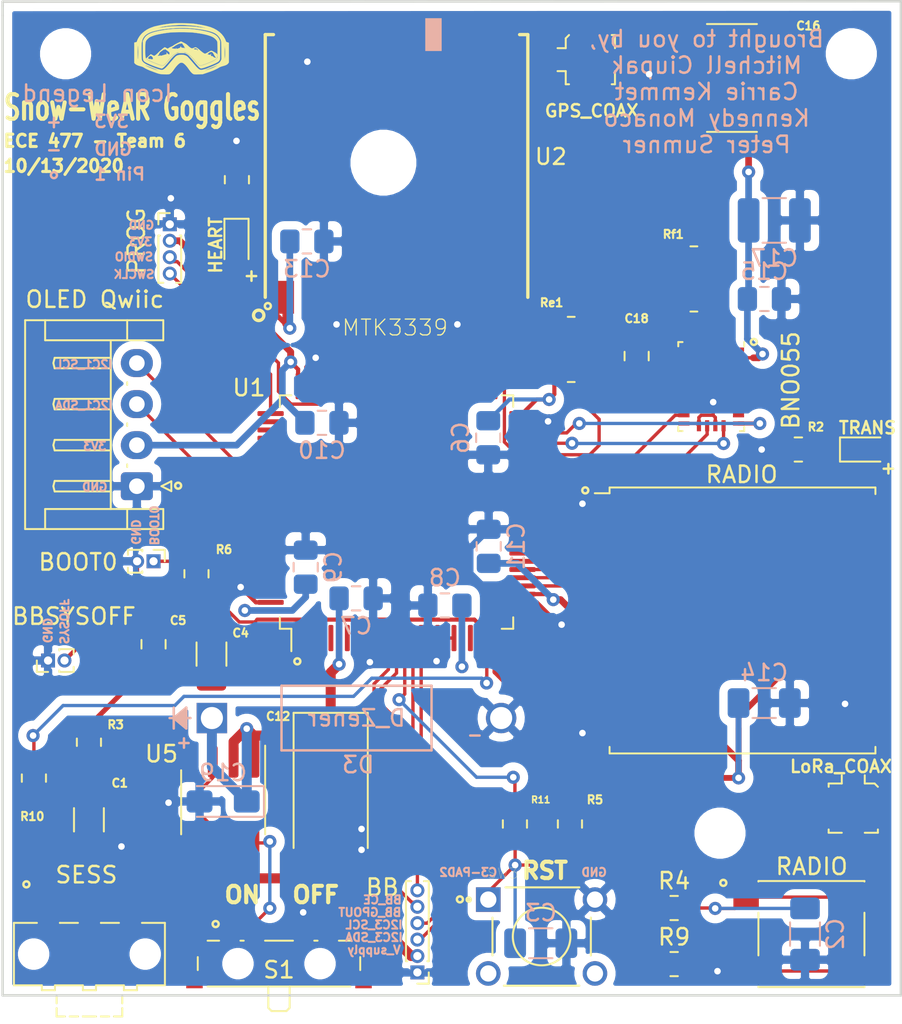
<source format=kicad_pcb>
(kicad_pcb (version 20171130) (host pcbnew "(5.1.7)-1")
  (title_block (title "Snow-WeAR Goggles") (date 2020-10-12) (rev 3) (company "ECE 477 - Team 6"))
  (layers (0 F.Cu signal) (31 B.Cu signal) (34 B.Paste user) (35 F.Paste user) (36 B.SilkS user) (37 F.SilkS user) (38 B.Mask user) (39 F.Mask user) (44 Edge.Cuts user))
  (net 0 "")
  (net 1 "Net-(C1-Pad2)")
  (net 2 GND)
  (net 3 "Net-(C2-Pad2)")
  (net 4 "Net-(C3-Pad2)")
  (net 5 3V3)
  (net 6 "Net-(C18-Pad1)")
  (net 7 "Net-(D1-Pad1)")
  (net 8 "Net-(D2-Pad1)")
  (net 9 DIO0)
  (net 10 V_supply)
  (net 11 I2C3_SDA)
  (net 12 I2C3_SCL)
  (net 13 BB_GPOUT)
  (net 14 BB_CE)
  (net 15 SYSOFF)
  (net 16 BOOT0)
  (net 17 I2C1_SDA)
  (net 18 I2C1_SCL)
  (net 19 SWDIO)
  (net 20 SWCLK)
  (net 21 "Net-(J8-Pad1)")
  (net 22 "Net-(LoRa_CON_Coaxial1-Pad1)")
  (net 23 radio_btn)
  (net 24 session_btn)
  (net 25 NRST)
  (net 26 IMU_nRST)
  (net 27 "Net-(Rf1-Pad1)")
  (net 28 BB_Out)
  (net 29 "Net-(U1-Pad1)")
  (net 30 "Net-(U1-Pad2)")
  (net 31 "Net-(U1-Pad3)")
  (net 32 "Net-(U1-Pad4)")
  (net 33 "Net-(U1-Pad5)")
  (net 34 "Net-(U1-Pad7)")
  (net 35 "Net-(U1-Pad8)")
  (net 36 "Net-(U1-Pad9)")
  (net 37 "Net-(U1-Pad17)")
  (net 38 "Net-(U1-Pad18)")
  (net 39 "Net-(U1-Pad22)")
  (net 40 LoRa_RST)
  (net 41 CS_LORA)
  (net 42 SPI1_SCK)
  (net 43 SPI1_MISO)
  (net 44 SPI1_MOSI)
  (net 45 "Net-(U1-Pad33)")
  (net 46 "Net-(U1-Pad34)")
  (net 47 "Net-(U1-Pad35)")
  (net 48 "Net-(U1-Pad36)")
  (net 49 "Net-(U1-Pad37)")
  (net 50 "Net-(U1-Pad38)")
  (net 51 "Net-(U1-Pad39)")
  (net 52 "Net-(U1-Pad40)")
  (net 53 "Net-(U1-Pad41)")
  (net 54 "Net-(U1-Pad42)")
  (net 55 IMU_ADDR)
  (net 56 IMU_INT)
  (net 57 BL_IND)
  (net 58 I2C2_SCL)
  (net 59 I2C2_SDA)
  (net 60 "Net-(U1-Pad51)")
  (net 61 "Net-(U1-Pad52)")
  (net 62 "Net-(U1-Pad53)")
  (net 63 "Net-(U1-Pad54)")
  (net 64 "Net-(U1-Pad55)")
  (net 65 "Net-(U1-Pad56)")
  (net 66 "Net-(U1-Pad57)")
  (net 67 "Net-(U1-Pad58)")
  (net 68 "Net-(U1-Pad59)")
  (net 69 "Net-(U1-Pad60)")
  (net 70 "Net-(U1-Pad61)")
  (net 71 "Net-(U1-Pad62)")
  (net 72 "Net-(U1-Pad63)")
  (net 73 "Net-(U1-Pad64)")
  (net 74 "Net-(U1-Pad65)")
  (net 75 "Net-(U1-Pad66)")
  (net 76 "Net-(U1-Pad67)")
  (net 77 USART_TX)
  (net 78 USART_RX)
  (net 79 "Net-(U1-Pad70)")
  (net 80 "Net-(U1-Pad71)")
  (net 81 "Net-(U1-Pad73)")
  (net 82 "Net-(U1-Pad77)")
  (net 83 "Net-(U1-Pad78)")
  (net 84 "Net-(U1-Pad79)")
  (net 85 "Net-(U1-Pad80)")
  (net 86 "Net-(U1-Pad81)")
  (net 87 "Net-(U1-Pad82)")
  (net 88 "Net-(U1-Pad83)")
  (net 89 "Net-(U1-Pad84)")
  (net 90 "Net-(U1-Pad85)")
  (net 91 "Net-(U1-Pad86)")
  (net 92 "Net-(U1-Pad87)")
  (net 93 "Net-(U1-Pad88)")
  (net 94 "Net-(U1-Pad89)")
  (net 95 "Net-(U1-Pad90)")
  (net 96 "Net-(U1-Pad91)")
  (net 97 "Net-(U1-Pad95)")
  (net 98 "Net-(U1-Pad96)")
  (net 99 "Net-(U1-Pad97)")
  (net 100 "Net-(U1-Pad98)")
  (net 101 "Net-(U2-Pad2)")
  (net 102 "Net-(U2-Pad4)")
  (net 103 "Net-(U2-Pad5)")
  (net 104 "Net-(U2-Pad6)")
  (net 105 "Net-(U2-Pad7)")
  (net 106 "Net-(U2-Pad13)")
  (net 107 "Net-(U2-Pad14)")
  (net 108 "Net-(U2-Pad15)")
  (net 109 "Net-(U2-Pad16)")
  (net 110 "Net-(U2-Pad17)")
  (net 111 "Net-(U2-Pad18)")
  (net 112 "Net-(U2-Pad20)")
  (net 113 "Net-(U3-Pad7)")
  (net 114 "Net-(U3-Pad11)")
  (net 115 "Net-(U3-Pad12)")
  (net 116 "Net-(U3-Pad15)")
  (net 117 "Net-(U3-Pad16)")
  (net 118 "Net-(U4-Pad1)")
  (net 119 "Net-(U4-Pad27)")
  (net 120 "Net-(U4-Pad26)")
  (net 121 "Net-(U4-Pad24)")
  (net 122 "Net-(U4-Pad23)")
  (net 123 "Net-(U4-Pad22)")
  (net 124 "Net-(U4-Pad21)")
  (net 125 "Net-(U4-Pad7)")
  (net 126 "Net-(U4-Pad8)")
  (net 127 "Net-(U4-Pad12)")
  (net 128 "Net-(U4-Pad13)")
  (net 129 "Net-(U5-Pad4)")
  (net 130 "Net-(U5-Pad5)")
  (module footprint_lib:logo2 (layer F.Cu) (at 108.1532 48.26)
    (fp_text reference G*** hide)
    (fp_text value LOGO hide)
  )
  (module MountingHole:MountingHole_2.1mm (layer F.Cu) (at 140.97 96.012)
    (fp_text reference REF** hide)
    (fp_text value 2.1mm hide)
    (pad "" np_thru_hole circle (at 0 0) (size 2.1 2.1) (drill 2.1) (layers *.Cu *.Mask))
  )
  (module MountingHole:MountingHole_2.1mm (layer F.Cu) (at 148.971 48.5394)
    (fp_text reference REF** hide)
    (fp_text value 2.1mm)
    (pad "" np_thru_hole circle (at 0 0) (size 2.1 2.1) (drill 2.1) (layers *.Cu *.Mask))
  )
  (module MountingHole:MountingHole_2.1mm (layer F.Cu) (at 101.092 48.5394)
    (fp_text reference REF** hide)
    (fp_text value 2.1mm hide)
    (pad "" np_thru_hole circle (at 0 0) (size 2.1 2.1) (drill 2.1) (layers *.Cu *.Mask))
  )
  (module Capacitor_SMD:C_2225_5664Metric_Pad1.80x6.60mm_HandSolder (layer F.Cu) (at 141.6978 50.0126 180)
    (fp_text reference C16 (at -4.657 3.175) (layer F.SilkS) (effects (font (size 0.5 0.5) (thickness 0.125))))
    (fp_text value 0.12uF)
    (pad 1 smd roundrect (at -2.625 0 180) (size 1.8 6.6) (layers F.Cu F.Paste F.Mask) (roundrect_rratio 0.138889) (net 5 3V3))
    (pad 2 smd roundrect (at 2.625 0 180) (size 1.8 6.6) (layers F.Cu F.Paste F.Mask) (roundrect_rratio 0.138889) (net 2 GND))
  )
  (module Capacitor_SMD:C_1206_3216Metric_Pad1.33x1.80mm_HandSolder (layer F.Cu) (at 102.5144 95.1992 90)
    (fp_text reference C1 (at 2.2352 1.8796 180) (layer F.SilkS) (effects (font (size 0.5 0.5) (thickness 0.125))))
    (fp_text value 1uF hide)
    (pad 2 smd roundrect (at 1.5625 0 90) (size 1.325 1.8) (layers F.Cu F.Paste F.Mask) (roundrect_rratio 0.188679) (net 1 "Net-(C1-Pad2)"))
    (pad 1 smd roundrect (at -1.5625 0 90) (size 1.325 1.8) (layers F.Cu F.Paste F.Mask) (roundrect_rratio 0.188679) (net 2 GND))
  )
  (module Capacitor_SMD:C_1206_3216Metric_Pad1.33x1.80mm_HandSolder (layer B.Cu) (at 146.1516 102.1588 90)
    (fp_text reference C2 (at 0 1.85 270) (layer B.SilkS) (effects (justify mirror)))
    (fp_text value 1uF)
    (pad 1 smd roundrect (at -1.5625 0 90) (size 1.325 1.8) (layers B.Cu B.Paste B.Mask) (roundrect_rratio 0.188679) (net 2 GND))
    (pad 2 smd roundrect (at 1.5625 0 90) (size 1.325 1.8) (layers B.Cu B.Paste B.Mask) (roundrect_rratio 0.188679) (net 3 "Net-(C2-Pad2)"))
  )
  (module Capacitor_SMD:C_1206_3216Metric_Pad1.33x1.80mm_HandSolder (layer B.Cu) (at 130.048 102.7176 180)
    (fp_text reference C3 (at 0 1.85) (layer B.SilkS) (effects (justify mirror)))
    (fp_text value 1uF)
    (pad 1 smd roundrect (at -1.5625 0 180) (size 1.325 1.8) (layers B.Cu B.Paste B.Mask) (roundrect_rratio 0.188679) (net 2 GND))
    (pad 2 smd roundrect (at 1.5625 0 180) (size 1.325 1.8) (layers B.Cu B.Paste B.Mask) (roundrect_rratio 0.188679) (net 4 "Net-(C3-Pad2)"))
  )
  (module Capacitor_SMD:C_1206_3216Metric_Pad1.33x1.80mm_HandSolder (layer F.Cu) (at 109.982 85.1058 90)
    (fp_text reference C4 (at 1.2858 1.778 180) (layer F.SilkS) (effects (font (size 0.5 0.5) (thickness 0.125))))
    (fp_text value 1uF hide)
    (pad 2 smd roundrect (at 1.5625 0 90) (size 1.325 1.8) (layers F.Cu F.Paste F.Mask) (roundrect_rratio 0.188679) (net 2 GND))
    (pad 1 smd roundrect (at -1.5625 0 90) (size 1.325 1.8) (layers F.Cu F.Paste F.Mask) (roundrect_rratio 0.188679) (net 5 3V3))
  )
  (module Capacitor_SMD:C_0805_2012Metric_Pad1.18x1.45mm_HandSolder (layer F.Cu) (at 106.4514 84.5058 90)
    (fp_text reference C5 (at 1.4478 1.4986 180) (layer F.SilkS) (effects (font (size 0.5 0.5) (thickness 0.125))))
    (fp_text value 0.1uF hide)
    (pad 1 smd roundrect (at -1.0375 0 90) (size 1.175 1.45) (layers F.Cu F.Paste F.Mask) (roundrect_rratio 0.212766) (net 5 3V3))
    (pad 2 smd roundrect (at 1.0375 0 90) (size 1.175 1.45) (layers F.Cu F.Paste F.Mask) (roundrect_rratio 0.212766) (net 2 GND))
  )
  (module Capacitor_SMD:C_0805_2012Metric_Pad1.18x1.45mm_HandSolder (layer B.Cu) (at 126.8476 71.9289 270)
    (fp_text reference C6 (at 0 1.68 90) (layer B.SilkS) (effects (justify mirror)))
    (fp_text value 0.1uF)
    (pad 2 smd roundrect (at 1.0375 0 270) (size 1.175 1.45) (layers B.Cu B.Paste B.Mask) (roundrect_rratio 0.212766) (net 2 GND))
    (pad 1 smd roundrect (at -1.0375 0 270) (size 1.175 1.45) (layers B.Cu B.Paste B.Mask) (roundrect_rratio 0.212766) (net 5 3V3))
  )
  (module Capacitor_SMD:C_0805_2012Metric_Pad1.18x1.45mm_HandSolder (layer B.Cu) (at 118.7958 81.7118)
    (fp_text reference C7 (at 0 1.68) (layer B.SilkS) (effects (justify mirror)))
    (fp_text value 0.1uF)
    (pad 1 smd roundrect (at -1.0375 0) (size 1.175 1.45) (layers B.Cu B.Paste B.Mask) (roundrect_rratio 0.212766) (net 5 3V3))
    (pad 2 smd roundrect (at 1.0375 0) (size 1.175 1.45) (layers B.Cu B.Paste B.Mask) (roundrect_rratio 0.212766) (net 2 GND))
  )
  (module Capacitor_SMD:C_0805_2012Metric_Pad1.18x1.45mm_HandSolder (layer B.Cu) (at 124.206 82.1436 180)
    (fp_text reference C8 (at 0 1.68) (layer B.SilkS) (effects (justify mirror)))
    (fp_text value 0.1uF)
    (pad 2 smd roundrect (at 1.0375 0 180) (size 1.175 1.45) (layers B.Cu B.Paste B.Mask) (roundrect_rratio 0.212766) (net 2 GND))
    (pad 1 smd roundrect (at -1.0375 0 180) (size 1.175 1.45) (layers B.Cu B.Paste B.Mask) (roundrect_rratio 0.212766) (net 5 3V3))
  )
  (module Capacitor_SMD:C_0805_2012Metric_Pad1.18x1.45mm_HandSolder (layer B.Cu) (at 115.7224 79.8107 90)
    (fp_text reference C9 (at 0 1.68 90) (layer B.SilkS) (effects (justify mirror)))
    (fp_text value 0.1uF)
    (pad 2 smd roundrect (at 1.0375 0 90) (size 1.175 1.45) (layers B.Cu B.Paste B.Mask) (roundrect_rratio 0.212766) (net 2 GND))
    (pad 1 smd roundrect (at -1.0375 0 90) (size 1.175 1.45) (layers B.Cu B.Paste B.Mask) (roundrect_rratio 0.212766) (net 5 3V3))
  )
  (module Capacitor_SMD:C_0805_2012Metric_Pad1.18x1.45mm_HandSolder (layer B.Cu) (at 116.713 71.0184)
    (fp_text reference C10 (at 0 1.68) (layer B.SilkS) (effects (justify mirror)))
    (fp_text value 0.1uF)
    (pad 2 smd roundrect (at 1.0375 0) (size 1.175 1.45) (layers B.Cu B.Paste B.Mask) (roundrect_rratio 0.212766) (net 2 GND))
    (pad 1 smd roundrect (at -1.0375 0) (size 1.175 1.45) (layers B.Cu B.Paste B.Mask) (roundrect_rratio 0.212766) (net 5 3V3))
  )
  (module Capacitor_SMD:C_0805_2012Metric_Pad1.18x1.45mm_HandSolder (layer B.Cu) (at 126.873 78.5407 90)
    (fp_text reference C11 (at 0 1.68 90) (layer B.SilkS) (effects (justify mirror)))
    (fp_text value 0.1uF)
    (pad 1 smd roundrect (at -1.0375 0 90) (size 1.175 1.45) (layers B.Cu B.Paste B.Mask) (roundrect_rratio 0.212766) (net 5 3V3))
    (pad 2 smd roundrect (at 1.0375 0 90) (size 1.175 1.45) (layers B.Cu B.Paste B.Mask) (roundrect_rratio 0.212766) (net 2 GND))
  )
  (module Capacitor_Tantalum_SMD:CP_EIA-7343-15_Kemet-W_Pad2.25x2.55mm_HandSolder (layer F.Cu) (at 117.2464 93.2688 270)
    (fp_text reference C12 (at -4.3688 3.2004 180) (layer F.SilkS) (effects (font (size 0.5 0.5) (thickness 0.125))))
    (fp_text value 3.3uF hide)
    (pad 1 smd roundrect (at -3.2 0 270) (size 2.25 2.55) (layers F.Cu F.Paste F.Mask) (roundrect_rratio 0.111111) (net 5 3V3))
    (pad 2 smd roundrect (at 3.2 0 270) (size 2.25 2.55) (layers F.Cu F.Paste F.Mask) (roundrect_rratio 0.111111) (net 2 GND))
  )
  (module Capacitor_SMD:C_0805_2012Metric_Pad1.18x1.45mm_HandSolder (layer B.Cu) (at 115.7947 59.9694)
    (fp_text reference C13 (at 0 1.68) (layer B.SilkS) (effects (justify mirror)))
    (fp_text value 0.1uF)
    (pad 1 smd roundrect (at -1.0375 0) (size 1.175 1.45) (layers B.Cu B.Paste B.Mask) (roundrect_rratio 0.212766) (net 5 3V3))
    (pad 2 smd roundrect (at 1.0375 0) (size 1.175 1.45) (layers B.Cu B.Paste B.Mask) (roundrect_rratio 0.212766) (net 2 GND))
  )
  (module Capacitor_SMD:C_1206_3216Metric_Pad1.33x1.80mm_HandSolder (layer B.Cu) (at 143.6624 88.0872 180)
    (fp_text reference C14 (at 0 1.85) (layer B.SilkS) (effects (justify mirror)))
    (fp_text value 10uF)
    (pad 1 smd roundrect (at -1.5625 0 180) (size 1.325 1.8) (layers B.Cu B.Paste B.Mask) (roundrect_rratio 0.188679) (net 2 GND))
    (pad 2 smd roundrect (at 1.5625 0 180) (size 1.325 1.8) (layers B.Cu B.Paste B.Mask) (roundrect_rratio 0.188679) (net 5 3V3))
  )
  (module Capacitor_SMD:C_0805_2012Metric_Pad1.18x1.45mm_HandSolder (layer B.Cu) (at 143.6762 63.4746 180)
    (fp_text reference C15 (at 0 1.68) (layer B.SilkS) (effects (justify mirror)))
    (fp_text value 0.1uF)
    (pad 2 smd roundrect (at 1.0375 0 180) (size 1.175 1.45) (layers B.Cu B.Paste B.Mask) (roundrect_rratio 0.212766) (net 5 3V3))
    (pad 1 smd roundrect (at -1.0375 0 180) (size 1.175 1.45) (layers B.Cu B.Paste B.Mask) (roundrect_rratio 0.212766) (net 2 GND))
  )
  (module Capacitor_SMD:C_1210_3225Metric_Pad1.33x2.70mm_HandSolder (layer B.Cu) (at 144.2762 58.689)
    (fp_text reference C17 (at 0 2.3) (layer B.SilkS) (effects (justify mirror)))
    (fp_text value 0.0068uF)
    (pad 1 smd roundrect (at -1.5625 0) (size 1.325 2.7) (layers B.Cu B.Paste B.Mask) (roundrect_rratio 0.188679) (net 5 3V3))
    (pad 2 smd roundrect (at 1.5625 0) (size 1.325 2.7) (layers B.Cu B.Paste B.Mask) (roundrect_rratio 0.188679) (net 2 GND))
  )
  (module Capacitor_SMD:C_0805_2012Metric_Pad1.18x1.45mm_HandSolder (layer F.Cu) (at 135.89 66.9544 90)
    (fp_text reference C18 (at 2.286 0 180) (layer F.SilkS) (effects (font (size 0.5 0.5) (thickness 0.125))))
    (fp_text value 0.1uF hide)
    (pad 1 smd roundrect (at -1.0375 0 90) (size 1.175 1.45) (layers F.Cu F.Paste F.Mask) (roundrect_rratio 0.212766) (net 6 "Net-(C18-Pad1)"))
    (pad 2 smd roundrect (at 1.0375 0 90) (size 1.175 1.45) (layers F.Cu F.Paste F.Mask) (roundrect_rratio 0.212766) (net 2 GND))
  )
  (module Capacitor_Tantalum_SMD:CP_EIA-3216-10_Kemet-I_Pad1.58x1.35mm_HandSolder (layer B.Cu) (at 110.6932 94.0816 180)
    (fp_text reference C19 (at 0 1.75) (layer B.SilkS) (effects (justify mirror)))
    (fp_text value .1uF)
    (pad 1 smd roundrect (at -1.4375 0 180) (size 1.575 1.35) (layers B.Cu B.Paste B.Mask) (roundrect_rratio 0.185185) (net 5 3V3))
    (pad 2 smd roundrect (at 1.4375 0 180) (size 1.575 1.35) (layers B.Cu B.Paste B.Mask) (roundrect_rratio 0.185185) (net 2 GND))
  )
  (module Diode_SMD:D_0603_1608Metric_Pad1.05x0.95mm_HandSolder (layer F.Cu) (at 111.506 60.2488 270)
    (fp_text reference HEART (at -0.0508 1.27 90) (layer F.SilkS) (effects (font (size 0.75 0.75))))
    (fp_text value HEART hide)
    (pad 2 smd roundrect (at 0.875 0 270) (size 1.05 0.95) (layers F.Cu F.Paste F.Mask) (net 5 3V3))
    (pad 1 smd roundrect (at -0.875 0 270) (size 1.05 0.95) (layers F.Cu F.Paste F.Mask) (net 7 "Net-(D1-Pad1)"))
  )
  (module Diode_SMD:D_0603_1608Metric_Pad1.05x0.95mm_HandSolder (layer F.Cu) (at 149.9416 72.644)
    (fp_text reference TRANS (at 0.02 -1.3208) (layer F.SilkS) (effects (font (size 0.75 0.75))))
    (fp_text value LED_TRANSMIT_G1 hide)
    (pad 1 smd roundrect (at -0.875 0) (size 1.05 0.95) (layers F.Cu F.Paste F.Mask) (net 8 "Net-(D2-Pad1)"))
    (pad 2 smd roundrect (at 0.875 0) (size 1.05 0.95) (layers F.Cu F.Paste F.Mask) (net 9 DIO0))
  )
  (module footprint_lib:1N5355BRLG (layer B.Cu) (at 110.0074 89.0016)
    (fp_text reference D3 (at 8.9154 2.8448 180) (layer B.SilkS) (effects (justify mirror)))
    (fp_text value D_Zener (at 8.8138 0 180) (layer B.SilkS) (effects (justify mirror)))
    (fp_text user * (at 0 0 180) (layer B.SilkS) (effects (justify mirror)))
    (pad 2 thru_hole circle (at 17.6276 0) (size 1.8542 1.8542) (drill 1.3462) (layers *.Cu *.Mask) (net 2 GND))
    (pad 1 thru_hole rect (at 0 0) (size 1.8542 1.8542) (drill 1.3462) (layers *.Cu *.Mask) (net 5 3V3))
  )
  (module Connector_PinHeader_1.00mm:PinHeader_1x06_P1.00mm_Vertical (layer F.Cu) (at 122.5296 104.4956 180)
    (fp_text reference BB (at 2.1336 5.1816) (layer F.SilkS))
    (fp_text value "Battery Babysitter" hide)
    (pad 1 thru_hole rect (at 0 0 180) (size 0.85 0.85) (drill 0.5) (layers *.Cu *.Mask) (net 2 GND))
    (pad 2 thru_hole oval (at 0 1 180) (size 0.85 0.85) (drill 0.5) (layers *.Cu *.Mask) (net 10 V_supply))
    (pad 3 thru_hole oval (at 0 2 180) (size 0.85 0.85) (drill 0.5) (layers *.Cu *.Mask) (net 11 I2C3_SDA))
    (pad 4 thru_hole oval (at 0 3 180) (size 0.85 0.85) (drill 0.5) (layers *.Cu *.Mask) (net 12 I2C3_SCL))
    (pad 5 thru_hole oval (at 0 4 180) (size 0.85 0.85) (drill 0.5) (layers *.Cu *.Mask) (net 13 BB_GPOUT))
    (pad 6 thru_hole oval (at 0 5 180) (size 0.85 0.85) (drill 0.5) (layers *.Cu *.Mask) (net 14 BB_CE))
  )
  (module Connector_PinHeader_1.00mm:PinHeader_1x02_P1.00mm_Vertical (layer F.Cu) (at 100.0252 85.4964 90)
    (fp_text reference J2 hide)
    (fp_text value BBSYSOFF (at 2.6924 1.5748 180) (layer F.SilkS))
    (pad 1 thru_hole rect (at 0 0 90) (size 0.85 0.85) (drill 0.5) (layers *.Cu *.Mask) (net 2 GND))
    (pad 2 thru_hole oval (at 0 1 90) (size 0.85 0.85) (drill 0.5) (layers *.Cu *.Mask) (net 15 SYSOFF))
  )
  (module Connector_PinHeader_1.00mm:PinHeader_1x02_P1.00mm_Vertical (layer F.Cu) (at 106.4514 79.4512 270)
    (fp_text reference J3 hide)
    (fp_text value BOOT0 (at 0.0508 4.5974 180) (layer F.SilkS))
    (pad 2 thru_hole oval (at 0 1 270) (size 0.85 0.85) (drill 0.5) (layers *.Cu *.Mask) (net 2 GND))
    (pad 1 thru_hole rect (at 0 0 270) (size 0.85 0.85) (drill 0.5) (layers *.Cu *.Mask) (net 16 BOOT0))
  )
  (module Connector_JST:JST_EH_S4B-EH_1x04_P2.50mm_Horizontal (layer F.Cu) (at 105.4354 74.8792 90)
    (fp_text reference J4 hide)
    (fp_text value "OLED Qwiic" (at 11.3792 -2.5654 180) (layer F.SilkS))
    (pad 1 thru_hole roundrect (at 0 0 90) (size 1.7 1.95) (drill 0.95) (layers *.Cu *.Mask) (roundrect_rratio 0.147059) (net 2 GND))
    (pad 2 thru_hole oval (at 2.5 0 90) (size 1.7 1.95) (drill 0.95) (layers *.Cu *.Mask) (net 5 3V3))
    (pad 3 thru_hole oval (at 5 0 90) (size 1.7 1.95) (drill 0.95) (layers *.Cu *.Mask) (net 17 I2C1_SDA))
    (pad 4 thru_hole oval (at 7.5 0 90) (size 1.7 1.95) (drill 0.95) (layers *.Cu *.Mask) (net 18 I2C1_SCL))
  )
  (module Connector_PinHeader_1.00mm:PinHeader_1x04_P1.00mm_Vertical (layer F.Cu) (at 107.442 58.928)
    (fp_text reference J5 hide)
    (fp_text value PROG (at -2.032 1.016 90) (layer F.SilkS))
    (pad 1 thru_hole rect (at 0 0) (size 0.85 0.85) (drill 0.5) (layers *.Cu *.Mask) (net 2 GND))
    (pad 2 thru_hole oval (at 0 1) (size 0.85 0.85) (drill 0.5) (layers *.Cu *.Mask) (net 5 3V3))
    (pad 3 thru_hole oval (at 0 2) (size 0.85 0.85) (drill 0.5) (layers *.Cu *.Mask) (net 19 SWDIO))
    (pad 4 thru_hole oval (at 0 3) (size 0.85 0.85) (drill 0.5) (layers *.Cu *.Mask) (net 20 SWCLK))
  )
  (module Connector_Coaxial:U.FL_Molex_MCRF_73412-0110_Vertical (layer F.Cu) (at 133.0706 48.897001 270)
    (fp_text reference J8 hide)
    (fp_text value GPS_COAX hide)
    (pad 1 smd rect (at 0 1.5 270) (size 1 1) (layers F.Cu F.Paste F.Mask) (net 21 "Net-(J8-Pad1)"))
    (pad 2 smd rect (at 0 -1.5 270) (size 1 1) (layers F.Cu F.Paste F.Mask) (net 2 GND))
    (pad 2 smd rect (at 1.475 0 270) (size 1.05 2.2) (layers F.Cu F.Paste F.Mask) (net 2 GND))
    (pad 2 smd rect (at -1.475 0 270) (size 1.05 2.2) (layers F.Cu F.Paste F.Mask) (net 2 GND))
  )
  (module Connector_Coaxial:U.FL_Molex_MCRF_73412-0110_Vertical (layer F.Cu) (at 149.0916 94.488 180)
    (fp_text reference LoRa_COAX (at 0.7556 2.54) (layer F.SilkS) (effects (font (size 0.75 0.75))))
    (fp_text value LoRa_Conn_Coaxial hide)
    (pad 2 smd rect (at -1.475 0 180) (size 1.05 2.2) (layers F.Cu F.Paste F.Mask) (net 2 GND))
    (pad 2 smd rect (at 1.475 0 180) (size 1.05 2.2) (layers F.Cu F.Paste F.Mask) (net 2 GND))
    (pad 2 smd rect (at 0 -1.5 180) (size 1 1) (layers F.Cu F.Paste F.Mask) (net 2 GND))
    (pad 1 smd rect (at 0 1.5 180) (size 1 1) (layers F.Cu F.Paste F.Mask) (net 22 "Net-(LoRa_CON_Coaxial1-Pad1)"))
  )
  (module Resistor_SMD:R_0805_2012Metric_Pad1.20x1.40mm_HandSolder (layer F.Cu) (at 111.5314 56.2102 270)
    (fp_text reference R1 hide)
    (fp_text value 62 hide)
    (pad 2 smd roundrect (at 1 0 270) (size 1.2 1.4) (layers F.Cu F.Paste F.Mask) (roundrect_rratio 0.208333) (net 7 "Net-(D1-Pad1)"))
    (pad 1 smd roundrect (at -1 0 270) (size 1.2 1.4) (layers F.Cu F.Paste F.Mask) (roundrect_rratio 0.208333) (net 2 GND))
  )
  (module Resistor_SMD:R_0805_2012Metric_Pad1.20x1.40mm_HandSolder (layer F.Cu) (at 145.7452 72.644)
    (fp_text reference R2 (at 1.0668 -1.3716) (layer F.SilkS) (effects (font (size 0.5 0.5) (thickness 0.125))))
    (fp_text value 62 hide)
    (pad 1 smd roundrect (at -1 0) (size 1.2 1.4) (layers F.Cu F.Paste F.Mask) (roundrect_rratio 0.208333) (net 2 GND))
    (pad 2 smd roundrect (at 1 0) (size 1.2 1.4) (layers F.Cu F.Paste F.Mask) (roundrect_rratio 0.208333) (net 8 "Net-(D2-Pad1)"))
  )
  (module Resistor_SMD:R_0805_2012Metric_Pad1.20x1.40mm_HandSolder (layer F.Cu) (at 102.5144 90.4748 270)
    (fp_text reference R3 (at -1.0668 -1.6256 180) (layer F.SilkS) (effects (font (size 0.5 0.5) (thickness 0.125))))
    (fp_text value 10k hide)
    (pad 2 smd roundrect (at 1 0 270) (size 1.2 1.4) (layers F.Cu F.Paste F.Mask) (roundrect_rratio 0.208333) (net 1 "Net-(C1-Pad2)"))
    (pad 1 smd roundrect (at -1 0 270) (size 1.2 1.4) (layers F.Cu F.Paste F.Mask) (roundrect_rratio 0.208333) (net 5 3V3))
  )
  (module Resistor_SMD:R_0805_2012Metric_Pad1.20x1.40mm_HandSolder (layer F.Cu) (at 138.176 100.5724)
    (fp_text reference R4 (at 0 -1.65) (layer F.SilkS))
    (fp_text value 10k hide)
    (pad 2 smd roundrect (at 1 0) (size 1.2 1.4) (layers F.Cu F.Paste F.Mask) (roundrect_rratio 0.208333) (net 3 "Net-(C2-Pad2)"))
    (pad 1 smd roundrect (at -1 0) (size 1.2 1.4) (layers F.Cu F.Paste F.Mask) (roundrect_rratio 0.208333) (net 5 3V3))
  )
  (module Resistor_SMD:R_0805_2012Metric_Pad1.20x1.40mm_HandSolder (layer F.Cu) (at 131.826 95.4532 270)
    (fp_text reference R5 (at -1.4732 -1.524 180) (layer F.SilkS) (effects (font (size 0.5 0.5) (thickness 0.125))))
    (fp_text value 10k hide)
    (pad 1 smd roundrect (at -1 0 270) (size 1.2 1.4) (layers F.Cu F.Paste F.Mask) (roundrect_rratio 0.208333) (net 5 3V3))
    (pad 2 smd roundrect (at 1 0 270) (size 1.2 1.4) (layers F.Cu F.Paste F.Mask) (roundrect_rratio 0.208333) (net 4 "Net-(C3-Pad2)"))
  )
  (module Resistor_SMD:R_0805_2012Metric_Pad1.20x1.40mm_HandSolder (layer F.Cu) (at 109.0676 80.2132 270)
    (fp_text reference R6 (at -1.4732 -1.6764 180) (layer F.SilkS) (effects (font (size 0.5 0.5) (thickness 0.125))))
    (fp_text value 510)
    (pad 1 smd roundrect (at -1 0 270) (size 1.2 1.4) (layers F.Cu F.Paste F.Mask) (roundrect_rratio 0.208333) (net 16 BOOT0))
    (pad 2 smd roundrect (at 1 0 270) (size 1.2 1.4) (layers F.Cu F.Paste F.Mask) (roundrect_rratio 0.208333) (net 2 GND))
  )
  (module Resistor_SMD:R_0805_2012Metric_Pad1.20x1.40mm_HandSolder (layer F.Cu) (at 138.176 103.9876)
    (fp_text reference R9 (at 0 -1.65) (layer F.SilkS))
    (fp_text value 62 hide)
    (pad 1 smd roundrect (at -1 0) (size 1.2 1.4) (layers F.Cu F.Paste F.Mask) (roundrect_rratio 0.208333) (net 23 radio_btn))
    (pad 2 smd roundrect (at 1 0) (size 1.2 1.4) (layers F.Cu F.Paste F.Mask) (roundrect_rratio 0.208333) (net 3 "Net-(C2-Pad2)"))
  )
  (module Resistor_SMD:R_0805_2012Metric_Pad1.20x1.40mm_HandSolder (layer F.Cu) (at 99.1616 92.6592 270)
    (fp_text reference R10 (at 2.3368 0.1016 180) (layer F.SilkS) (effects (font (size 0.5 0.5) (thickness 0.125))))
    (fp_text value 62 hide)
    (pad 2 smd roundrect (at 1 0 270) (size 1.2 1.4) (layers F.Cu F.Paste F.Mask) (roundrect_rratio 0.208333) (net 1 "Net-(C1-Pad2)"))
    (pad 1 smd roundrect (at -1 0 270) (size 1.2 1.4) (layers F.Cu F.Paste F.Mask) (roundrect_rratio 0.208333) (net 24 session_btn))
  )
  (module Resistor_SMD:R_0805_2012Metric_Pad1.20x1.40mm_HandSolder (layer F.Cu) (at 128.4732 95.4532 270)
    (fp_text reference R11 (at -1.4732 -1.5748 180) (layer F.SilkS) (effects (font (size 0.4 0.4) (thickness 0.1))))
    (fp_text value 62 hide)
    (pad 1 smd roundrect (at -1 0 270) (size 1.2 1.4) (layers F.Cu F.Paste F.Mask) (roundrect_rratio 0.208333) (net 25 NRST))
    (pad 2 smd roundrect (at 1 0 270) (size 1.2 1.4) (layers F.Cu F.Paste F.Mask) (roundrect_rratio 0.208333) (net 4 "Net-(C3-Pad2)"))
  )
  (module Resistor_SMD:R_0815_2038Metric_Pad1.20x4.05mm_HandSolder (layer F.Cu) (at 131.9022 66.548)
    (fp_text reference Re1 (at -1.1938 -2.8448) (layer F.SilkS) (effects (font (size 0.5 0.5) (thickness 0.125))))
    (fp_text value 10k hide)
    (pad 1 smd roundrect (at -1.025 0) (size 1.2 4.05) (layers F.Cu F.Paste F.Mask) (roundrect_rratio 0.208333) (net 5 3V3))
    (pad 2 smd roundrect (at 1.025 0) (size 1.2 4.05) (layers F.Cu F.Paste F.Mask) (roundrect_rratio 0.208333) (net 26 IMU_nRST))
  )
  (module Resistor_SMD:R_0815_2038Metric_Pad1.20x4.05mm_HandSolder (layer F.Cu) (at 139.3788 62.2554)
    (fp_text reference Rf1 (at -1.2536 -2.7178) (layer F.SilkS) (effects (font (size 0.5 0.5) (thickness 0.125))))
    (fp_text value 10k hide)
    (pad 2 smd roundrect (at 1.025 0) (size 1.2 4.05) (layers F.Cu F.Paste F.Mask) (roundrect_rratio 0.208333) (net 5 3V3))
    (pad 1 smd roundrect (at -1.025 0) (size 1.2 4.05) (layers F.Cu F.Paste F.Mask) (roundrect_rratio 0.208333) (net 27 "Net-(Rf1-Pad1)"))
  )
  (module Button_Switch_SMD:SW_SP3T_PCM13 (layer F.Cu) (at 114.0968 103.632)
    (fp_text reference S1 (at 0 0.7112) (layer F.SilkS))
    (fp_text value ON/OFF-SWITCH hide)
    (pad "" np_thru_hole circle (at -2.5 0.33) (size 0.9 0.9) (drill 0.9) (layers *.Cu *.Mask))
    (pad "" np_thru_hole circle (at 2.5 0.33) (size 0.9 0.9) (drill 0.9) (layers *.Cu *.Mask))
    (pad 1 smd rect (at -3 -1.43) (size 0.7 1.5) (layers F.Cu F.Paste F.Mask) (net 10 V_supply))
    (pad 2 smd rect (at -1.5 -1.43) (size 0.7 1.5) (layers F.Cu F.Paste F.Mask) (net 28 BB_Out))
    (pad 3 smd rect (at 1.5 -1.43) (size 0.7 1.5) (layers F.Cu F.Paste F.Mask) (net 2 GND))
    (pad 4 smd rect (at 3 -1.43) (size 0.7 1.5) (layers F.Cu F.Paste F.Mask))
    (pad "" smd rect (at -5.15 1.43) (size 1 0.8) (layers F.Cu F.Paste F.Mask))
    (pad "" smd rect (at 5.15 1.43) (size 1 0.8) (layers F.Cu F.Paste F.Mask))
    (pad "" smd rect (at 5.15 -0.78) (size 1 0.8) (layers F.Cu F.Paste F.Mask))
    (pad "" smd rect (at -5.15 -0.78) (size 1 0.8) (layers F.Cu F.Paste F.Mask))
  )
  (module Button_Switch_SMD:SW_SPDT_CK-JS102011SAQN (layer F.Cu) (at 102.5454 103.378)
    (fp_text reference SESS (at -0.1834 -4.826) (layer F.SilkS))
    (fp_text value SW_Push_SESS hide)
    (pad 1 smd rect (at -2.5 -2.75) (size 1.25 2.5) (layers F.Cu F.Paste F.Mask) (net 1 "Net-(C1-Pad2)"))
    (pad 2 smd rect (at 0 -2.75) (size 1.25 2.5) (layers F.Cu F.Paste F.Mask) (net 2 GND))
    (pad 3 smd rect (at 2.5 -2.75) (size 1.25 2.5) (layers F.Cu F.Paste F.Mask))
    (pad "" np_thru_hole circle (at -3.4 0) (size 0.9 0.9) (drill 0.9) (layers *.Cu *.Mask))
    (pad "" np_thru_hole circle (at 3.4 0) (size 0.9 0.9) (drill 0.9) (layers *.Cu *.Mask))
  )
  (module Button_Switch_SMD:SW_SPST_PTS645 (layer F.Cu) (at 146.5416 102.1588)
    (fp_text reference RADIO (at 0.0164 -4.1148) (layer F.SilkS))
    (fp_text value SW_Push_RADIO hide)
    (pad 2 smd rect (at -3.98 2.25) (size 1.55 1.3) (layers F.Cu F.Paste F.Mask) (net 2 GND))
    (pad 1 smd rect (at -3.98 -2.25) (size 1.55 1.3) (layers F.Cu F.Paste F.Mask) (net 3 "Net-(C2-Pad2)"))
    (pad 1 smd rect (at 3.98 -2.25) (size 1.55 1.3) (layers F.Cu F.Paste F.Mask) (net 3 "Net-(C2-Pad2)"))
    (pad 2 smd rect (at 3.98 2.25) (size 1.55 1.3) (layers F.Cu F.Paste F.Mask) (net 2 GND))
  )
  (module footprint_lib:SW_1825910-6-4 (layer F.Cu) (at 130.1 102.3088)
    (fp_text reference SW3 (at -2.3627 -3.844398) (layer F.SilkS) (effects (font (size 0.630643 0.630643) (thickness 0.015))))
    (fp_text value SW_Push_RST)
    (pad 3 thru_hole circle (at -3.25 2.25) (size 1.498 1.498) (drill 0.99) (layers *.Cu *.Mask))
    (pad 1 thru_hole rect (at -3.25 -2.25) (size 1.498 1.498) (drill 0.99) (layers *.Cu *.Mask) (net 4 "Net-(C3-Pad2)"))
    (pad 4 thru_hole circle (at 3.25 2.25) (size 1.498 1.498) (drill 0.99) (layers *.Cu *.Mask))
    (pad 2 thru_hole circle (at 3.25 -2.25) (size 1.498 1.498) (drill 0.99) (layers *.Cu *.Mask) (net 2 GND))
  )
  (module Package_QFP:LQFP-100_14x14mm_P0.5mm (layer F.Cu) (at 121.2596 76.454 90)
    (fp_text reference U1 (at 7.5692 -8.9916 180) (layer F.SilkS))
    (fp_text value STM32L476VGTx)
    (pad 1 smd roundrect (at -7.675 -6 90) (size 1.6 0.3) (layers F.Cu F.Paste F.Mask) (net 29 "Net-(U1-Pad1)"))
    (pad 2 smd roundrect (at -7.675 -5.5 90) (size 1.6 0.3) (layers F.Cu F.Paste F.Mask) (net 30 "Net-(U1-Pad2)"))
    (pad 3 smd roundrect (at -7.675 -5 90) (size 1.6 0.3) (layers F.Cu F.Paste F.Mask) (net 31 "Net-(U1-Pad3)"))
    (pad 4 smd roundrect (at -7.675 -4.5 90) (size 1.6 0.3) (layers F.Cu F.Paste F.Mask) (net 32 "Net-(U1-Pad4)"))
    (pad 5 smd roundrect (at -7.675 -4 90) (size 1.6 0.3) (layers F.Cu F.Paste F.Mask) (net 33 "Net-(U1-Pad5)"))
    (pad 6 smd roundrect (at -7.675 -3.5 90) (size 1.6 0.3) (layers F.Cu F.Paste F.Mask) (net 5 3V3))
    (pad 7 smd roundrect (at -7.675 -3 90) (size 1.6 0.3) (layers F.Cu F.Paste F.Mask) (net 34 "Net-(U1-Pad7)"))
    (pad 8 smd roundrect (at -7.675 -2.5 90) (size 1.6 0.3) (layers F.Cu F.Paste F.Mask) (net 35 "Net-(U1-Pad8)"))
    (pad 9 smd roundrect (at -7.675 -2 90) (size 1.6 0.3) (layers F.Cu F.Paste F.Mask) (net 36 "Net-(U1-Pad9)"))
    (pad 10 smd roundrect (at -7.675 -1.5 90) (size 1.6 0.3) (layers F.Cu F.Paste F.Mask) (net 2 GND))
    (pad 11 smd roundrect (at -7.675 -1 90) (size 1.6 0.3) (layers F.Cu F.Paste F.Mask) (net 5 3V3))
    (pad 12 smd roundrect (at -7.675 -0.5 90) (size 1.6 0.3) (layers F.Cu F.Paste F.Mask) (net 13 BB_GPOUT))
    (pad 13 smd roundrect (at -7.675 0 90) (size 1.6 0.3) (layers F.Cu F.Paste F.Mask) (net 14 BB_CE))
    (pad 14 smd roundrect (at -7.675 0.5 90) (size 1.6 0.3) (layers F.Cu F.Paste F.Mask) (net 25 NRST))
    (pad 15 smd roundrect (at -7.675 1 90) (size 1.6 0.3) (layers F.Cu F.Paste F.Mask) (net 12 I2C3_SCL))
    (pad 16 smd roundrect (at -7.675 1.5 90) (size 1.6 0.3) (layers F.Cu F.Paste F.Mask) (net 11 I2C3_SDA))
    (pad 17 smd roundrect (at -7.675 2 90) (size 1.6 0.3) (layers F.Cu F.Paste F.Mask) (net 37 "Net-(U1-Pad17)"))
    (pad 18 smd roundrect (at -7.675 2.5 90) (size 1.6 0.3) (layers F.Cu F.Paste F.Mask) (net 38 "Net-(U1-Pad18)"))
    (pad 19 smd roundrect (at -7.675 3 90) (size 1.6 0.3) (layers F.Cu F.Paste F.Mask) (net 2 GND))
    (pad 20 smd roundrect (at -7.675 3.5 90) (size 1.6 0.3) (layers F.Cu F.Paste F.Mask) (net 2 GND))
    (pad 21 smd roundrect (at -7.675 4 90) (size 1.6 0.3) (layers F.Cu F.Paste F.Mask) (net 5 3V3))
    (pad 22 smd roundrect (at -7.675 4.5 90) (size 1.6 0.3) (layers F.Cu F.Paste F.Mask) (net 39 "Net-(U1-Pad22)"))
    (pad 23 smd roundrect (at -7.675 5 90) (size 1.6 0.3) (layers F.Cu F.Paste F.Mask) (net 15 SYSOFF))
    (pad 24 smd roundrect (at -7.675 5.5 90) (size 1.6 0.3) (layers F.Cu F.Paste F.Mask) (net 24 session_btn))
    (pad 25 smd roundrect (at -7.675 6 90) (size 1.6 0.3) (layers F.Cu F.Paste F.Mask) (net 23 radio_btn))
    (pad 26 smd roundrect (at -6 7.675 90) (size 0.3 1.6) (layers F.Cu F.Paste F.Mask) (net 40 LoRa_RST))
    (pad 27 smd roundrect (at -5.5 7.675 90) (size 0.3 1.6) (layers F.Cu F.Paste F.Mask) (net 2 GND))
    (pad 28 smd roundrect (at -5 7.675 90) (size 0.3 1.6) (layers F.Cu F.Paste F.Mask) (net 5 3V3))
    (pad 29 smd roundrect (at -4.5 7.675 90) (size 0.3 1.6) (layers F.Cu F.Paste F.Mask) (net 41 CS_LORA))
    (pad 30 smd roundrect (at -4 7.675 90) (size 0.3 1.6) (layers F.Cu F.Paste F.Mask) (net 42 SPI1_SCK))
    (pad 31 smd roundrect (at -3.5 7.675 90) (size 0.3 1.6) (layers F.Cu F.Paste F.Mask) (net 43 SPI1_MISO))
    (pad 32 smd roundrect (at -3 7.675 90) (size 0.3 1.6) (layers F.Cu F.Paste F.Mask) (net 44 SPI1_MOSI))
    (pad 33 smd roundrect (at -2.5 7.675 90) (size 0.3 1.6) (layers F.Cu F.Paste F.Mask) (net 45 "Net-(U1-Pad33)"))
    (pad 34 smd roundrect (at -2 7.675 90) (size 0.3 1.6) (layers F.Cu F.Paste F.Mask) (net 46 "Net-(U1-Pad34)"))
    (pad 35 smd roundrect (at -1.5 7.675 90) (size 0.3 1.6) (layers F.Cu F.Paste F.Mask) (net 47 "Net-(U1-Pad35)"))
    (pad 36 smd roundrect (at -1 7.675 90) (size 0.3 1.6) (layers F.Cu F.Paste F.Mask) (net 48 "Net-(U1-Pad36)"))
    (pad 37 smd roundrect (at -0.5 7.675 90) (size 0.3 1.6) (layers F.Cu F.Paste F.Mask) (net 49 "Net-(U1-Pad37)"))
    (pad 38 smd roundrect (at 0 7.675 90) (size 0.3 1.6) (layers F.Cu F.Paste F.Mask) (net 50 "Net-(U1-Pad38)"))
    (pad 39 smd roundrect (at 0.5 7.675 90) (size 0.3 1.6) (layers F.Cu F.Paste F.Mask) (net 51 "Net-(U1-Pad39)"))
    (pad 40 smd roundrect (at 1 7.675 90) (size 0.3 1.6) (layers F.Cu F.Paste F.Mask) (net 52 "Net-(U1-Pad40)"))
    (pad 41 smd roundrect (at 1.5 7.675 90) (size 0.3 1.6) (layers F.Cu F.Paste F.Mask) (net 53 "Net-(U1-Pad41)"))
    (pad 42 smd roundrect (at 2 7.675 90) (size 0.3 1.6) (layers F.Cu F.Paste F.Mask) (net 54 "Net-(U1-Pad42)"))
    (pad 43 smd roundrect (at 2.5 7.675 90) (size 0.3 1.6) (layers F.Cu F.Paste F.Mask) (net 55 IMU_ADDR))
    (pad 44 smd roundrect (at 3 7.675 90) (size 0.3 1.6) (layers F.Cu F.Paste F.Mask) (net 56 IMU_INT))
    (pad 45 smd roundrect (at 3.5 7.675 90) (size 0.3 1.6) (layers F.Cu F.Paste F.Mask) (net 26 IMU_nRST))
    (pad 46 smd roundrect (at 4 7.675 90) (size 0.3 1.6) (layers F.Cu F.Paste F.Mask) (net 57 BL_IND))
    (pad 47 smd roundrect (at 4.5 7.675 90) (size 0.3 1.6) (layers F.Cu F.Paste F.Mask) (net 58 I2C2_SCL))
    (pad 48 smd roundrect (at 5 7.675 90) (size 0.3 1.6) (layers F.Cu F.Paste F.Mask) (net 59 I2C2_SDA))
    (pad 49 smd roundrect (at 5.5 7.675 90) (size 0.3 1.6) (layers F.Cu F.Paste F.Mask) (net 2 GND))
    (pad 50 smd roundrect (at 6 7.675 90) (size 0.3 1.6) (layers F.Cu F.Paste F.Mask) (net 5 3V3))
    (pad 51 smd roundrect (at 7.675 6 90) (size 1.6 0.3) (layers F.Cu F.Paste F.Mask) (net 60 "Net-(U1-Pad51)"))
    (pad 52 smd roundrect (at 7.675 5.5 90) (size 1.6 0.3) (layers F.Cu F.Paste F.Mask) (net 61 "Net-(U1-Pad52)"))
    (pad 53 smd roundrect (at 7.675 5 90) (size 1.6 0.3) (layers F.Cu F.Paste F.Mask) (net 62 "Net-(U1-Pad53)"))
    (pad 54 smd roundrect (at 7.675 4.5 90) (size 1.6 0.3) (layers F.Cu F.Paste F.Mask) (net 63 "Net-(U1-Pad54)"))
    (pad 55 smd roundrect (at 7.675 4 90) (size 1.6 0.3) (layers F.Cu F.Paste F.Mask) (net 64 "Net-(U1-Pad55)"))
    (pad 56 smd roundrect (at 7.675 3.5 90) (size 1.6 0.3) (layers F.Cu F.Paste F.Mask) (net 65 "Net-(U1-Pad56)"))
    (pad 57 smd roundrect (at 7.675 3 90) (size 1.6 0.3) (layers F.Cu F.Paste F.Mask) (net 66 "Net-(U1-Pad57)"))
    (pad 58 smd roundrect (at 7.675 2.5 90) (size 1.6 0.3) (layers F.Cu F.Paste F.Mask) (net 67 "Net-(U1-Pad58)"))
    (pad 59 smd roundrect (at 7.675 2 90) (size 1.6 0.3) (layers F.Cu F.Paste F.Mask) (net 68 "Net-(U1-Pad59)"))
    (pad 60 smd roundrect (at 7.675 1.5 90) (size 1.6 0.3) (layers F.Cu F.Paste F.Mask) (net 69 "Net-(U1-Pad60)"))
    (pad 61 smd roundrect (at 7.675 1 90) (size 1.6 0.3) (layers F.Cu F.Paste F.Mask) (net 70 "Net-(U1-Pad61)"))
    (pad 62 smd roundrect (at 7.675 0.5 90) (size 1.6 0.3) (layers F.Cu F.Paste F.Mask) (net 71 "Net-(U1-Pad62)"))
    (pad 63 smd roundrect (at 7.675 0 90) (size 1.6 0.3) (layers F.Cu F.Paste F.Mask) (net 72 "Net-(U1-Pad63)"))
    (pad 64 smd roundrect (at 7.675 -0.5 90) (size 1.6 0.3) (layers F.Cu F.Paste F.Mask) (net 73 "Net-(U1-Pad64)"))
    (pad 65 smd roundrect (at 7.675 -1 90) (size 1.6 0.3) (layers F.Cu F.Paste F.Mask) (net 74 "Net-(U1-Pad65)"))
    (pad 66 smd roundrect (at 7.675 -1.5 90) (size 1.6 0.3) (layers F.Cu F.Paste F.Mask) (net 75 "Net-(U1-Pad66)"))
    (pad 67 smd roundrect (at 7.675 -2 90) (size 1.6 0.3) (layers F.Cu F.Paste F.Mask) (net 76 "Net-(U1-Pad67)"))
    (pad 68 smd roundrect (at 7.675 -2.5 90) (size 1.6 0.3) (layers F.Cu F.Paste F.Mask) (net 77 USART_TX))
    (pad 69 smd roundrect (at 7.675 -3 90) (size 1.6 0.3) (layers F.Cu F.Paste F.Mask) (net 78 USART_RX))
    (pad 70 smd roundrect (at 7.675 -3.5 90) (size 1.6 0.3) (layers F.Cu F.Paste F.Mask) (net 79 "Net-(U1-Pad70)"))
    (pad 71 smd roundrect (at 7.675 -4 90) (size 1.6 0.3) (layers F.Cu F.Paste F.Mask) (net 80 "Net-(U1-Pad71)"))
    (pad 72 smd roundrect (at 7.675 -4.5 90) (size 1.6 0.3) (layers F.Cu F.Paste F.Mask) (net 19 SWDIO))
    (pad 73 smd roundrect (at 7.675 -5 90) (size 1.6 0.3) (layers F.Cu F.Paste F.Mask) (net 81 "Net-(U1-Pad73)"))
    (pad 74 smd roundrect (at 7.675 -5.5 90) (size 1.6 0.3) (layers F.Cu F.Paste F.Mask) (net 2 GND))
    (pad 75 smd roundrect (at 7.675 -6 90) (size 1.6 0.3) (layers F.Cu F.Paste F.Mask) (net 5 3V3))
    (pad 76 smd roundrect (at 6 -7.675 90) (size 0.3 1.6) (layers F.Cu F.Paste F.Mask) (net 20 SWCLK))
    (pad 77 smd roundrect (at 5.5 -7.675 90) (size 0.3 1.6) (layers F.Cu F.Paste F.Mask) (net 82 "Net-(U1-Pad77)"))
    (pad 78 smd roundrect (at 5 -7.675 90) (size 0.3 1.6) (layers F.Cu F.Paste F.Mask) (net 83 "Net-(U1-Pad78)"))
    (pad 79 smd roundrect (at 4.5 -7.675 90) (size 0.3 1.6) (layers F.Cu F.Paste F.Mask) (net 84 "Net-(U1-Pad79)"))
    (pad 80 smd roundrect (at 4 -7.675 90) (size 0.3 1.6) (layers F.Cu F.Paste F.Mask) (net 85 "Net-(U1-Pad80)"))
    (pad 81 smd roundrect (at 3.5 -7.675 90) (size 0.3 1.6) (layers F.Cu F.Paste F.Mask) (net 86 "Net-(U1-Pad81)"))
    (pad 82 smd roundrect (at 3 -7.675 90) (size 0.3 1.6) (layers F.Cu F.Paste F.Mask) (net 87 "Net-(U1-Pad82)"))
    (pad 83 smd roundrect (at 2.5 -7.675 90) (size 0.3 1.6) (layers F.Cu F.Paste F.Mask) (net 88 "Net-(U1-Pad83)"))
    (pad 84 smd roundrect (at 2 -7.675 90) (size 0.3 1.6) (layers F.Cu F.Paste F.Mask) (net 89 "Net-(U1-Pad84)"))
    (pad 85 smd roundrect (at 1.5 -7.675 90) (size 0.3 1.6) (layers F.Cu F.Paste F.Mask) (net 90 "Net-(U1-Pad85)"))
    (pad 86 smd roundrect (at 1 -7.675 90) (size 0.3 1.6) (layers F.Cu F.Paste F.Mask) (net 91 "Net-(U1-Pad86)"))
    (pad 87 smd roundrect (at 0.5 -7.675 90) (size 0.3 1.6) (layers F.Cu F.Paste F.Mask) (net 92 "Net-(U1-Pad87)"))
    (pad 88 smd roundrect (at 0 -7.675 90) (size 0.3 1.6) (layers F.Cu F.Paste F.Mask) (net 93 "Net-(U1-Pad88)"))
    (pad 89 smd roundrect (at -0.5 -7.675 90) (size 0.3 1.6) (layers F.Cu F.Paste F.Mask) (net 94 "Net-(U1-Pad89)"))
    (pad 90 smd roundrect (at -1 -7.675 90) (size 0.3 1.6) (layers F.Cu F.Paste F.Mask) (net 95 "Net-(U1-Pad90)"))
    (pad 91 smd roundrect (at -1.5 -7.675 90) (size 0.3 1.6) (layers F.Cu F.Paste F.Mask) (net 96 "Net-(U1-Pad91)"))
    (pad 92 smd roundrect (at -2 -7.675 90) (size 0.3 1.6) (layers F.Cu F.Paste F.Mask) (net 18 I2C1_SCL))
    (pad 93 smd roundrect (at -2.5 -7.675 90) (size 0.3 1.6) (layers F.Cu F.Paste F.Mask) (net 17 I2C1_SDA))
    (pad 94 smd roundrect (at -3 -7.675 90) (size 0.3 1.6) (layers F.Cu F.Paste F.Mask) (net 16 BOOT0))
    (pad 95 smd roundrect (at -3.5 -7.675 90) (size 0.3 1.6) (layers F.Cu F.Paste F.Mask) (net 97 "Net-(U1-Pad95)"))
    (pad 96 smd roundrect (at -4 -7.675 90) (size 0.3 1.6) (layers F.Cu F.Paste F.Mask) (net 98 "Net-(U1-Pad96)"))
    (pad 97 smd roundrect (at -4.5 -7.675 90) (size 0.3 1.6) (layers F.Cu F.Paste F.Mask) (net 99 "Net-(U1-Pad97)"))
    (pad 98 smd roundrect (at -5 -7.675 90) (size 0.3 1.6) (layers F.Cu F.Paste F.Mask) (net 100 "Net-(U1-Pad98)"))
    (pad 99 smd roundrect (at -5.5 -7.675 90) (size 0.3 1.6) (layers F.Cu F.Paste F.Mask) (net 2 GND))
    (pad 100 smd roundrect (at -6 -7.675 90) (size 0.3 1.6) (layers F.Cu F.Paste F.Mask) (net 5 3V3))
  )
  (module footprint_lib:FGPMMOPA6H (layer F.Cu) (at 121.2596 55.372 90)
    (fp_text reference U2 (at 0 10.4648 180) (layer F.SilkS) (effects (font (size 0.9652 0.9652) (thickness 0.14478)) (justify right bottom)))
    (fp_text value MTK3339 (at -10.414 3.2004 180) (layer F.SilkS) (effects (font (size 0.9652 0.9652) (thickness 0.077216)) (justify right bottom)))
    (pad 1 smd rect (at -8 -6.75 90) (size 2 1) (layers F.Cu F.Paste F.Mask) (net 5 3V3))
    (pad 2 smd rect (at -8 -5.25 90) (size 2 1) (layers F.Cu F.Paste F.Mask) (net 101 "Net-(U2-Pad2)"))
    (pad 3 smd rect (at -8 -3.75 90) (size 2 1) (layers F.Cu F.Paste F.Mask) (net 2 GND))
    (pad 4 smd rect (at -8 -2.25 90) (size 2 1) (layers F.Cu F.Paste F.Mask) (net 102 "Net-(U2-Pad4)"))
    (pad 5 smd rect (at -8 -0.75 90) (size 2 1) (layers F.Cu F.Paste F.Mask) (net 103 "Net-(U2-Pad5)"))
    (pad 6 smd rect (at -8 0.75 90) (size 2 1) (layers F.Cu F.Paste F.Mask) (net 104 "Net-(U2-Pad6)"))
    (pad 7 smd rect (at -8 2.25 90) (size 2 1) (layers F.Cu F.Paste F.Mask) (net 105 "Net-(U2-Pad7)"))
    (pad 8 smd rect (at -8 3.75 90) (size 2 1) (layers F.Cu F.Paste F.Mask) (net 2 GND))
    (pad 9 smd rect (at -8 5.25 90) (size 2 1) (layers F.Cu F.Paste F.Mask) (net 78 USART_RX))
    (pad 10 smd rect (at -8 6.75 90) (size 2 1) (layers F.Cu F.Paste F.Mask) (net 77 USART_TX))
    (pad 11 smd rect (at 8 6.75 270) (size 2 1) (layers F.Cu F.Paste F.Mask) (net 21 "Net-(J8-Pad1)"))
    (pad 12 smd rect (at 8 5.25 270) (size 2 1) (layers F.Cu F.Paste F.Mask) (net 2 GND))
    (pad 13 smd rect (at 8 3.75 270) (size 2 1) (layers F.Cu F.Paste F.Mask) (net 106 "Net-(U2-Pad13)"))
    (pad 14 smd rect (at 8 2.25 270) (size 2 1) (layers F.Cu F.Paste B.SilkS F.Mask) (net 107 "Net-(U2-Pad14)"))
    (pad 15 smd rect (at 8 0.75 270) (size 2 1) (layers F.Cu B.Adhes F.Paste F.Mask) (net 108 "Net-(U2-Pad15)"))
    (pad 16 smd rect (at 8 -0.75 270) (size 2 1) (layers F.Cu F.Paste F.Mask) (net 109 "Net-(U2-Pad16)"))
    (pad 17 smd rect (at 8 -2.25 270) (size 2 1) (layers F.Cu F.Paste F.Mask) (net 110 "Net-(U2-Pad17)"))
    (pad 18 smd rect (at 8 -3.75 270) (size 2 1) (layers F.Cu F.Paste F.Mask Eco1.User) (net 111 "Net-(U2-Pad18)"))
    (pad 19 smd rect (at 8 -5.25 270) (size 2 1) (layers F.Cu F.Paste F.Mask) (net 2 GND))
    (pad 20 smd rect (at 8 -6.75 270) (size 2 1) (layers F.Cu F.Paste F.Mask) (net 112 "Net-(U2-Pad20)"))
    (pad "" np_thru_hole circle (at 0.2 -0.8 90) (size 3 3) (drill 3) (layers *.Cu *.Mask))
  )
  (module RF_Module:HOPERF_RFM9XW_SMD (layer F.Cu) (at 142.3416 83.058)
    (fp_text reference RADIO (at -0.0508 -8.89) (layer F.SilkS))
    (fp_text value RFM95W-868S2)
    (pad 1 smd rect (at -8 -7) (size 2 1) (layers F.Cu F.Paste F.Mask) (net 2 GND))
    (pad 2 smd rect (at -8 -5) (size 2 1) (layers F.Cu F.Paste F.Mask) (net 43 SPI1_MISO))
    (pad 3 smd rect (at -8 -3) (size 2 1) (layers F.Cu F.Paste F.Mask) (net 44 SPI1_MOSI))
    (pad 4 smd rect (at -8 -1) (size 2 1) (layers F.Cu F.Paste F.Mask) (net 42 SPI1_SCK))
    (pad 5 smd rect (at -8 1) (size 2 1) (layers F.Cu F.Paste F.Mask) (net 41 CS_LORA))
    (pad 6 smd rect (at -8 3) (size 2 1) (layers F.Cu F.Paste F.Mask) (net 40 LoRa_RST))
    (pad 7 smd rect (at -8 5) (size 2 1) (layers F.Cu F.Paste F.Mask) (net 113 "Net-(U3-Pad7)"))
    (pad 8 smd rect (at -8 7) (size 2 1) (layers F.Cu F.Paste F.Mask) (net 2 GND))
    (pad 9 smd rect (at 8 7) (size 2 1) (layers F.Cu F.Paste F.Mask) (net 22 "Net-(LoRa_CON_Coaxial1-Pad1)"))
    (pad 10 smd rect (at 8 5) (size 2 1) (layers F.Cu F.Paste F.Mask) (net 2 GND))
    (pad 11 smd rect (at 8 3) (size 2 1) (layers F.Cu F.Paste F.Mask) (net 114 "Net-(U3-Pad11)"))
    (pad 12 smd rect (at 8 1) (size 2 1) (layers F.Cu F.Paste F.Mask) (net 115 "Net-(U3-Pad12)"))
    (pad 13 smd rect (at 8 -1) (size 2 1) (layers F.Cu F.Paste F.Mask) (net 5 3V3))
    (pad 14 smd rect (at 8 -3) (size 2 1) (layers F.Cu F.Paste F.Mask) (net 9 DIO0))
    (pad 15 smd rect (at 8 -5) (size 2 1) (layers F.Cu F.Paste F.Mask) (net 116 "Net-(U3-Pad15)"))
    (pad 16 smd rect (at 8 -7) (size 2 1) (layers F.Cu F.Paste F.Mask) (net 117 "Net-(U3-Pad16)"))
  )
  (module Package_LGA:LGA-28_5.2x3.8mm_P0.5mm (layer F.Cu) (at 140.4366 68.8086 270)
    (fp_text reference BNO055 (at -0.381 -4.8514 90) (layer F.SilkS))
    (fp_text value BNO055)
    (pad 19 smd rect (at 2.3875 -0.75) (size 0.254 0.675) (layers F.Cu F.Paste F.Mask) (net 58 I2C2_SCL))
    (pad 6 smd rect (at -2.25 1.6625 270) (size 0.254 0.675) (layers F.Cu F.Paste F.Mask) (net 2 GND))
    (pad 2 smd rect (at -2.3875 -0.75) (size 0.254 0.675) (layers F.Cu F.Paste F.Mask) (net 2 GND))
    (pad 1 smd rect (at -2.25 -1.6625 270) (size 0.254 0.675) (layers F.Cu F.Paste F.Mask) (net 118 "Net-(U4-Pad1)"))
    (pad 3 smd rect (at -2.3875 -0.25) (size 0.254 0.675) (layers F.Cu F.Paste F.Mask) (net 5 3V3))
    (pad 4 smd rect (at -2.3875 0.25) (size 0.254 0.675) (layers F.Cu F.Paste F.Mask) (net 27 "Net-(Rf1-Pad1)"))
    (pad 5 smd rect (at -2.3875 0.75) (size 0.254 0.675) (layers F.Cu F.Paste F.Mask) (net 2 GND))
    (pad 28 smd rect (at -1.75 -1.6625 270) (size 0.254 0.675) (layers F.Cu F.Paste F.Mask) (net 5 3V3))
    (pad 27 smd rect (at -1.25 -1.6625 270) (size 0.254 0.675) (layers F.Cu F.Paste F.Mask) (net 119 "Net-(U4-Pad27)"))
    (pad 26 smd rect (at -0.75 -1.6625 270) (size 0.254 0.675) (layers F.Cu F.Paste F.Mask) (net 120 "Net-(U4-Pad26)"))
    (pad 25 smd rect (at -0.25 -1.6625 270) (size 0.254 0.675) (layers F.Cu F.Paste F.Mask) (net 2 GND))
    (pad 24 smd rect (at 0.25 -1.6625 270) (size 0.254 0.675) (layers F.Cu F.Paste F.Mask) (net 121 "Net-(U4-Pad24)"))
    (pad 23 smd rect (at 0.75 -1.6625 270) (size 0.254 0.675) (layers F.Cu F.Paste F.Mask) (net 122 "Net-(U4-Pad23)"))
    (pad 22 smd rect (at 1.25 -1.6625 270) (size 0.254 0.675) (layers F.Cu F.Paste F.Mask) (net 123 "Net-(U4-Pad22)"))
    (pad 21 smd rect (at 1.75 -1.6625 270) (size 0.254 0.675) (layers F.Cu F.Paste F.Mask) (net 124 "Net-(U4-Pad21)"))
    (pad 20 smd rect (at 2.25 -1.6625 270) (size 0.254 0.675) (layers F.Cu F.Paste F.Mask) (net 59 I2C2_SDA))
    (pad 7 smd rect (at -1.75 1.6625 270) (size 0.254 0.675) (layers F.Cu F.Paste F.Mask) (net 125 "Net-(U4-Pad7)"))
    (pad 8 smd rect (at -1.25 1.6625 270) (size 0.254 0.675) (layers F.Cu F.Paste F.Mask) (net 126 "Net-(U4-Pad8)"))
    (pad 9 smd rect (at -0.75 1.6625 270) (size 0.254 0.675) (layers F.Cu F.Paste F.Mask) (net 6 "Net-(C18-Pad1)"))
    (pad 10 smd rect (at -0.25 1.6625 270) (size 0.254 0.675) (layers F.Cu F.Paste F.Mask) (net 57 BL_IND))
    (pad 11 smd rect (at 0.25 1.6625 270) (size 0.254 0.675) (layers F.Cu F.Paste F.Mask) (net 26 IMU_nRST))
    (pad 12 smd rect (at 0.75 1.6625 270) (size 0.254 0.675) (layers F.Cu F.Paste F.Mask) (net 127 "Net-(U4-Pad12)"))
    (pad 13 smd rect (at 1.25 1.6625 270) (size 0.254 0.675) (layers F.Cu F.Paste F.Mask) (net 128 "Net-(U4-Pad13)"))
    (pad 14 smd rect (at 1.75 1.6625 270) (size 0.254 0.675) (layers F.Cu F.Paste F.Mask) (net 56 IMU_INT))
    (pad 15 smd rect (at 2.25 1.6625 270) (size 0.254 0.675) (layers F.Cu F.Paste F.Mask) (net 2 GND))
    (pad 18 smd rect (at 2.3875 -0.25) (size 0.254 0.675) (layers F.Cu F.Paste F.Mask) (net 2 GND))
    (pad 17 smd rect (at 2.3875 0.25) (size 0.254 0.675) (layers F.Cu F.Paste F.Mask) (net 55 IMU_ADDR))
    (pad 16 smd rect (at 2.3875 0.75) (size 0.254 0.675) (layers F.Cu F.Paste F.Mask) (net 2 GND))
  )
  (module Package_SO:SOIC-8_3.9x4.9mm_P1.27mm (layer F.Cu) (at 110.6932 94.1324 270)
    (fp_text reference U5 (at -2.9464 3.7592 180) (layer F.SilkS))
    (fp_text value LT1129-3.3_SO8 hide)
    (pad 1 smd roundrect (at -2.475 -1.905 270) (size 1.95 0.6) (layers F.Cu F.Paste F.Mask) (net 5 3V3))
    (pad 2 smd roundrect (at -2.475 -0.635 270) (size 1.95 0.6) (layers F.Cu F.Paste F.Mask) (net 5 3V3))
    (pad 3 smd roundrect (at -2.475 0.635 270) (size 1.95 0.6) (layers F.Cu F.Paste F.Mask) (net 2 GND))
    (pad 4 smd roundrect (at -2.475 1.905 270) (size 1.95 0.6) (layers F.Cu F.Paste F.Mask) (net 129 "Net-(U5-Pad4)"))
    (pad 5 smd roundrect (at 2.475 1.905 270) (size 1.95 0.6) (layers F.Cu F.Paste F.Mask) (net 130 "Net-(U5-Pad5)"))
    (pad 6 smd roundrect (at 2.475 0.635 270) (size 1.95 0.6) (layers F.Cu F.Paste F.Mask) (net 2 GND))
    (pad 7 smd roundrect (at 2.475 -0.635 270) (size 1.95 0.6) (layers F.Cu F.Paste F.Mask) (net 2 GND))
    (pad 8 smd roundrect (at 2.475 -1.905 270) (size 1.95 0.6) (layers F.Cu F.Paste F.Mask) (net 28 BB_Out))
  )
  (gr_text "Brought to you by,\nMitchell Ciupak\nCarrie Kemmet\nKennedy Monaco\nPeter Sumner" (at 140.1572 50.8508) (layer B.SilkS) (effects (font (size 1 1)) (justify mirror)))
  (gr_text C3-PAD2 (at 125.6284 98.3996) (layer B.SilkS) (effects (font (size 0.5 0.5) (thickness 0.125)) (justify mirror)))
  (gr_text GND (at 133.2992 98.3996) (layer B.SilkS) (effects (font (size 0.5 0.5) (thickness 0.125)) (justify mirror)))
  (gr_text BOOT0 (at 106.4768 77.2668 270) (layer B.SilkS) (effects (font (size 0.5 0.5) (thickness 0.125)) (justify mirror)))
  (gr_text GND (at 105.3592 77.6732 270) (layer B.SilkS) (effects (font (size 0.5 0.5) (thickness 0.125)) (justify mirror)))
  (gr_text SYSOFF (at 100.9904 83.1088 270) (layer B.SilkS) (effects (font (size 0.5 0.5) (thickness 0.125)) (justify mirror)))
  (gr_text GND (at 99.9744 83.6676 270) (layer B.SilkS) (effects (font (size 0.5 0.5) (thickness 0.125)) (justify mirror)))
  (gr_text I2C1_SCL (at 102.2096 67.4624) (layer B.SilkS) (effects (font (size 0.5 0.5) (thickness 0.125)) (justify mirror)))
  (gr_text I2C1_SDA (at 102.2096 69.9516) (layer B.SilkS) (effects (font (size 0.5 0.5) (thickness 0.125)) (justify mirror)))
  (gr_text 3V3 (at 102.87 72.4408) (layer B.SilkS) (effects (font (size 0.5 0.5) (thickness 0.125)) (justify mirror)))
  (gr_text GND (at 102.87 74.93) (layer B.SilkS) (effects (font (size 0.5 0.5) (thickness 0.125)) (justify mirror)))
  (gr_text SWCLK (at 105.2576 61.976) (layer B.SilkS) (effects (font (size 0.5 0.5) (thickness 0.125)) (justify mirror)))
  (gr_text SWDIO (at 105.2576 60.9092) (layer B.SilkS) (effects (font (size 0.5 0.5) (thickness 0.125)) (justify mirror)))
  (gr_text 3V3 (at 105.664 59.9948) (layer B.SilkS) (effects (font (size 0.5 0.5) (thickness 0.125)) (justify mirror)))
  (gr_text GND (at 105.7148 58.9788) (layer B.SilkS) (effects (font (size 0.5 0.5) (thickness 0.125)) (justify mirror)))
  (gr_text "Pin 1" (at 104.386 55.8708) (layer B.SilkS) (effects (font (size 0.75 0.75)) (justify mirror)))
  (gr_text GND (at 103.993143 54.354068) (layer B.SilkS) (effects (font (size 0.75 0.75)) (justify mirror)))
  (gr_text "3V3\n" (at 103.886 52.6612) (layer B.SilkS) (effects (font (size 0.75 0.75)) (justify mirror)))
  (gr_circle (center 100.380799 55.9308) (end 100.563961 55.9308) (layer B.SilkS) (width 0.15))
  (gr_text "Icon Legend" (at 103.0224 50.9524) (layer B.SilkS) (effects (font (size 1 1)) (justify mirror)))
  (gr_text + (at 100.3808 52.7812 180) (layer B.SilkS) (effects (font (size 0.75 0.75)) (justify mirror)))
  (gr_text - (at 100.3808 54.474068 180) (layer B.SilkS) (effects (font (size 0.75 0.75)) (justify mirror)))
  (gr_text - (at 126.0348 90.1192 180) (layer B.SilkS) (effects (font (size 0.75 0.75)) (justify mirror)))
  (gr_text + (at 108.3056 90.5764 180) (layer B.SilkS) (effects (font (size 0.75 0.75)) (justify mirror)))
  (gr_text + (at 112.4204 62.0268) (layer F.SilkS) (effects (font (size 0.75 0.75))))
  (gr_text + (at 151.2316 73.7616) (layer F.SilkS) (effects (font (size 0.75 0.75))))
  (gr_text GPS_COAX (at 133.1468 52.0192) (layer F.SilkS) (effects (font (size 0.75 0.75))))
  (gr_circle (center 113.416362 63.9064) (end 113.599524 63.9064) (layer F.SilkS) (width 0.15))
  (gr_circle (center 143.032762 66.0908) (end 143.215924 66.0908) (layer F.SilkS) (width 0.15))
  (gr_circle (center 132.760438 75.1332) (end 132.9436 75.1332) (layer F.SilkS) (width 0.15))
  (gr_circle (center 141.1732 99.039962) (end 141.356362 99.039962) (layer F.SilkS) (width 0.15))
  (gr_circle (center 125.1204 100.045238) (end 125.303562 100.045238) (layer F.SilkS) (width 0.15))
  (gr_circle (center 110.236 101.5492) (end 110.419162 101.5492) (layer F.SilkS) (width 0.15))
  (gr_circle (center 98.7044 99.130838) (end 98.887562 99.130838) (layer F.SilkS) (width 0.15))
  (gr_circle (center 115.2144 85.5472) (end 115.397562 85.5472) (layer F.SilkS) (width 0.15))
  (gr_circle (center 107.95 74.848438) (end 108.133162 74.848438) (layer F.SilkS) (width 0.15))
  (gr_text RST (at 130.302 98.298) (layer F.SilkS) (effects (font (size 1 1) (thickness 0.25))))
  (gr_text OFF (at 116.332 99.7712) (layer F.SilkS) (effects (font (size 1 1) (thickness 0.25))))
  (gr_text ON (at 111.8616 99.7712) (layer F.SilkS) (effects (font (size 1 1) (thickness 0.25))))
  (gr_text V_supply (at 119.888 103.124) (layer B.SilkS) (effects (font (size 0.5 0.5) (thickness 0.125)) (justify mirror)))
  (gr_text I2C3_SDA (at 119.888 102.362) (layer B.SilkS) (effects (font (size 0.5 0.5) (thickness 0.125)) (justify mirror)))
  (gr_text I2C3_SCL (at 119.888 101.6) (layer B.SilkS) (effects (font (size 0.5 0.5) (thickness 0.125)) (justify mirror)))
  (gr_text BB_GPOUT (at 119.634 100.838) (layer B.SilkS) (effects (font (size 0.5 0.5) (thickness 0.125)) (justify mirror)))
  (gr_text BB_CE (at 120.396 100.076) (layer B.SilkS) (effects (font (size 0.5 0.5) (thickness 0.125)) (justify mirror)))
  (gr_text 10/13/2020 (at 100.981893 55.372) (layer F.SilkS) (effects (font (size 0.75 0.75) (thickness 0.1875))))
  (gr_text "ECE 477 - Team 6" (at 102.87475 53.848) (layer F.SilkS) (effects (font (size 0.75 0.75) (thickness 0.1875))))
  (gr_text "Snow-WeAR Goggles" (at 105.156 51.816) (layer F.SilkS) (effects (font (size 1.5 1) (thickness 0.25))))
  (gr_line (start 97.2566 45.3644) (end 97.2566 45.6184) (layer Edge.Cuts) (width 0.15))
  (gr_line (start 151.9936 45.339) (end 97.2566 45.3644) (layer Edge.Cuts) (width 0.15))
  (gr_line (start 151.9936 105.8926) (end 151.9936 45.339) (layer Edge.Cuts) (width 0.15))
  (gr_line (start 97.2566 46.2026) (end 97.2566 45.6184) (layer Edge.Cuts) (width 0.15))
  (gr_line (start 97.2566 105.8926) (end 97.2566 46.2026) (layer Edge.Cuts) (width 0.15))
  (gr_line (start 151.9936 105.8926) (end 97.2566 105.8926) (layer Edge.Cuts) (width 0.15))
  (via (at 123.698 85.5345) (size 0.8) (drill 0.4) (layers F.Cu B.Cu) (net 2))
  (via (at 114.808 67.31) (size 0.8) (drill 0.4) (layers F.Cu B.Cu) (net 5))
  (via (at 116.332 67.056) (size 0.8) (drill 0.4) (layers F.Cu B.Cu) (net 2))
  (via (at 131.318 83.312) (size 0.8) (drill 0.4) (layers F.Cu B.Cu) (net 2))
  (via (at 130.81 81.788) (size 0.8) (drill 0.4) (layers F.Cu B.Cu) (net 5))
  (via (at 130.4925 70.9295) (size 0.8) (drill 0.4) (layers F.Cu B.Cu) (net 2))
  (via (at 130.556 69.596) (size 0.8) (drill 0.4) (layers F.Cu B.Cu) (net 5))
  (segment (start 102.5144 93.6367) (end 102.5144 91.4748) (width 0.2032) (layer F.Cu) (net 1))
  (segment (start 99.1841 93.6367) (end 99.1616 93.6592) (width 0.2032) (layer F.Cu) (net 1))
  (segment (start 102.5144 93.6367) (end 99.1841 93.6367) (width 0.2032) (layer F.Cu) (net 1))
  (segment (start 100.0454 94.543) (end 99.1616 93.6592) (width 0.2032) (layer F.Cu) (net 1))
  (segment (start 100.0454 94.543) (end 100.0454 100.882) (width 0.2032) (layer F.Cu) (net 1))
  (segment (start 105.8887 83.4683) (end 106.4514 83.4683) (width 0.25) (layer F.Cu) (net 2))
  (segment (start 98.6536 86.9442) (end 102.4128 86.9442) (width 0.25) (layer F.Cu) (net 2))
  (segment (start 98.3742 86.6648) (end 98.6536 86.9442) (width 0.25) (layer F.Cu) (net 2))
  (segment (start 98.9076 83.7946) (end 98.3742 84.328) (width 0.25) (layer F.Cu) (net 2))
  (segment (start 98.3742 84.328) (end 98.3742 86.6648) (width 0.25) (layer F.Cu) (net 2))
  (segment (start 101.8794 83.7946) (end 98.9076 83.7946) (width 0.25) (layer F.Cu) (net 2))
  (segment (start 105.4514 80.2226) (end 101.8794 83.7946) (width 0.25) (layer F.Cu) (net 2))
  (segment (start 102.4128 86.9442) (end 105.8887 83.4683) (width 0.25) (layer F.Cu) (net 2))
  (segment (start 105.4514 79.4512) (end 105.4514 80.2226) (width 0.25) (layer F.Cu) (net 2))
  (segment (start 109.907 83.4683) (end 109.982 83.5433) (width 0.2032) (layer F.Cu) (net 2))
  (segment (start 106.4514 83.4683) (end 109.907 83.4683) (width 0.2032) (layer F.Cu) (net 2))
  (segment (start 124.2596 84.129) (end 124.7596 84.129) (width 0.2032) (layer F.Cu) (net 2))
  (segment (start 138.9116 66.4211) (end 138.7741 66.5586) (width 0.2032) (layer F.Cu) (net 2))
  (segment (start 139.6866 66.4211) (end 138.9116 66.4211) (width 0.2032) (layer F.Cu) (net 2))
  (segment (start 136.5317 66.5586) (end 135.89 65.9169) (width 0.2032) (layer F.Cu) (net 2))
  (segment (start 138.7741 66.5586) (end 136.5317 66.5586) (width 0.2032) (layer F.Cu) (net 2))
  (segment (start 139.5491 71.0586) (end 139.6866 71.1961) (width 0.2032) (layer F.Cu) (net 2))
  (segment (start 138.7741 71.0586) (end 139.5491 71.0586) (width 0.2032) (layer F.Cu) (net 2))
  (segment (start 139.6866 70.688718) (end 139.6866 71.1961) (width 0.2032) (layer F.Cu) (net 2))
  (segment (start 139.818319 70.556999) (end 139.6866 70.688718) (width 0.2032) (layer F.Cu) (net 2))
  (segment (start 140.554881 70.556999) (end 139.818319 70.556999) (width 0.2032) (layer F.Cu) (net 2))
  (segment (start 140.6866 70.688718) (end 140.554881 70.556999) (width 0.2032) (layer F.Cu) (net 2))
  (segment (start 140.6866 71.1961) (end 140.6866 70.688718) (width 0.2032) (layer F.Cu) (net 2))
  (segment (start 110.0582 96.6074) (end 111.3282 96.6074) (width 0.2032) (layer F.Cu) (net 2))
  (segment (start 105.4514 80.05224) (end 105.4514 79.4512) (width 0.2032) (layer F.Cu) (net 2))
  (segment (start 133.0956 47.422001) (end 134.5706 48.897001) (width 0.2032) (layer F.Cu) (net 2))
  (segment (start 133.0706 47.422001) (end 133.0956 47.422001) (width 0.2032) (layer F.Cu) (net 2))
  (segment (start 133.0956 50.372001) (end 134.5706 48.897001) (width 0.2032) (layer F.Cu) (net 2))
  (segment (start 133.0706 50.372001) (end 133.0956 50.372001) (width 0.2032) (layer F.Cu) (net 2))
  (segment (start 126.5096 47.914882) (end 126.5096 47.372) (width 0.2032) (layer F.Cu) (net 2))
  (segment (start 128.966719 50.372001) (end 126.5096 47.914882) (width 0.2032) (layer F.Cu) (net 2))
  (segment (start 133.0706 50.372001) (end 128.966719 50.372001) (width 0.2032) (layer F.Cu) (net 2))
  (segment (start 150.5216 104.4088) (end 142.5616 104.4088) (width 0.2032) (layer F.Cu) (net 2))
  (segment (start 147.6166 94.513) (end 149.0916 95.988) (width 0.2032) (layer F.Cu) (net 2))
  (segment (start 147.6166 94.488) (end 147.6166 94.513) (width 0.2032) (layer F.Cu) (net 2))
  (segment (start 150.5666 94.513) (end 149.0916 95.988) (width 0.2032) (layer F.Cu) (net 2))
  (segment (start 150.5666 94.488) (end 150.5666 94.513) (width 0.2032) (layer F.Cu) (net 2))
  (segment (start 147.6166 90.783) (end 150.3416 88.058) (width 0.2032) (layer F.Cu) (net 2))
  (segment (start 147.6166 94.488) (end 147.6166 90.783) (width 0.2032) (layer F.Cu) (net 2))
  (segment (start 141.591718 68.5586) (end 141.1866 68.153482) (width 0.2032) (layer F.Cu) (net 2))
  (segment (start 141.1866 68.153482) (end 141.1866 66.4211) (width 0.2032) (layer F.Cu) (net 2))
  (segment (start 142.0991 68.5586) (end 141.591718 68.5586) (width 0.2032) (layer F.Cu) (net 2))
  (segment (start 141.1866 66.928482) (end 141.1866 66.4211) (width 0.2032) (layer F.Cu) (net 2))
  (segment (start 141.054881 67.060201) (end 141.1866 66.928482) (width 0.2032) (layer F.Cu) (net 2))
  (segment (start 139.818319 67.060201) (end 141.054881 67.060201) (width 0.2032) (layer F.Cu) (net 2))
  (segment (start 139.6866 66.928482) (end 139.818319 67.060201) (width 0.2032) (layer F.Cu) (net 2))
  (segment (start 139.6866 66.4211) (end 139.6866 66.928482) (width 0.2032) (layer F.Cu) (net 2))
  (segment (start 140.554881 69.595437) (end 141.591718 68.5586) (width 0.2032) (layer F.Cu) (net 2))
  (segment (start 140.554881 70.556999) (end 140.554881 69.757119) (width 0.2032) (layer F.Cu) (net 2))
  (via (at 140.8176 104.4194) (size 0.8) (drill 0.4) (layers F.Cu B.Cu) (net 2))
  (segment (start 140.8282 104.4088) (end 140.8176 104.4194) (width 0.2032) (layer F.Cu) (net 2))
  (segment (start 142.5616 104.4088) (end 140.8282 104.4088) (width 0.2032) (layer F.Cu) (net 2))
  (via (at 104.4956 96.8248) (size 0.8) (drill 0.4) (layers F.Cu B.Cu) (net 2))
  (segment (start 104.4325 96.7617) (end 104.4956 96.8248) (width 0.2032) (layer F.Cu) (net 2))
  (segment (start 102.5144 96.7617) (end 104.4325 96.7617) (width 0.2032) (layer F.Cu) (net 2))
  (via (at 107.3658 94.1578) (size 0.8) (drill 0.4) (layers F.Cu B.Cu) (net 2))
  (segment (start 108.5328 94.1578) (end 107.3658 94.1578) (width 0.2032) (layer F.Cu) (net 2))
  (segment (start 110.0582 92.6324) (end 108.5328 94.1578) (width 0.2032) (layer F.Cu) (net 2))
  (segment (start 110.0582 91.6574) (end 110.0582 92.6324) (width 0.2032) (layer F.Cu) (net 2))
  (segment (start 108.5836 94.1578) (end 107.3658 94.1578) (width 0.2032) (layer F.Cu) (net 2))
  (segment (start 110.0582 95.6324) (end 108.5836 94.1578) (width 0.2032) (layer F.Cu) (net 2))
  (segment (start 110.0582 96.6074) (end 110.0582 95.6324) (width 0.2032) (layer F.Cu) (net 2))
  (segment (start 128.2016 72.9664) (end 130.556 70.612) (width 0.25) (layer B.Cu) (net 2))
  (segment (start 126.8476 72.9664) (end 128.2016 72.9664) (width 0.25) (layer B.Cu) (net 2))
  (via (at 143.51 72.644) (size 0.8) (drill 0.4) (layers F.Cu B.Cu) (net 2))
  (segment (start 143.51 72.644) (end 144.7452 72.644) (width 0.25) (layer F.Cu) (net 2))
  (via (at 148.59 88.138) (size 0.8) (drill 0.4) (layers F.Cu B.Cu) (net 2))
  (segment (start 150.2616 88.138) (end 150.3416 88.058) (width 0.25) (layer F.Cu) (net 2))
  (segment (start 148.59 88.138) (end 150.2616 88.138) (width 0.25) (layer F.Cu) (net 2))
  (via (at 132.588 89.916) (size 0.8) (drill 0.4) (layers F.Cu B.Cu) (net 2))
  (segment (start 132.73 90.058) (end 132.588 89.916) (width 0.25) (layer F.Cu) (net 2))
  (segment (start 134.3416 90.058) (end 132.73 90.058) (width 0.25) (layer F.Cu) (net 2))
  (segment (start 125.74479 80.18627) (end 128.36252 82.804) (width 0.4064) (layer B.Cu) (net 2))
  (segment (start 128.36252 82.804) (end 130.81 82.804) (width 0.4064) (layer B.Cu) (net 2))
  (segment (start 125.74479 78.63141) (end 125.74479 80.18627) (width 0.4064) (layer B.Cu) (net 2))
  (segment (start 126.873 77.5032) (end 125.74479 78.63141) (width 0.4064) (layer B.Cu) (net 2))
  (via (at 132.588 75.946) (size 0.8) (drill 0.4) (layers F.Cu B.Cu) (net 2))
  (segment (start 132.7 76.058) (end 132.588 75.946) (width 0.254) (layer F.Cu) (net 2))
  (segment (start 134.3416 76.058) (end 132.7 76.058) (width 0.254) (layer F.Cu) (net 2))
  (segment (start 140.554881 69.757119) (end 140.554881 69.595437) (width 0.2032) (layer F.Cu) (net 2))
  (via (at 140.554881 69.757119) (size 0.8) (drill 0.4) (layers F.Cu B.Cu) (net 2))
  (via (at 136.652 49.784) (size 0.8) (drill 0.4) (layers F.Cu B.Cu) (net 2))
  (segment (start 135.765001 48.897001) (end 136.652 49.784) (width 0.254) (layer F.Cu) (net 2))
  (segment (start 134.5706 48.897001) (end 135.765001 48.897001) (width 0.254) (layer F.Cu) (net 2))
  (segment (start 136.8806 50.0126) (end 136.652 49.784) (width 0.254) (layer F.Cu) (net 2))
  (segment (start 139.0728 50.0126) (end 136.8806 50.0126) (width 0.254) (layer F.Cu) (net 2))
  (via (at 115.824 49.022) (size 0.8) (drill 0.4) (layers F.Cu B.Cu) (net 2))
  (via (at 111.506 53.848) (size 0.8) (drill 0.4) (layers F.Cu B.Cu) (net 2))
  (via (at 117.602 65.024) (size 0.8) (drill 0.4) (layers F.Cu B.Cu) (net 2))
  (segment (start 116.8322 64.2542) (end 117.602 65.024) (width 0.254) (layer B.Cu) (net 2))
  (segment (start 116.8322 59.9694) (end 116.8322 64.2542) (width 0.254) (layer B.Cu) (net 2))
  (segment (start 117.5096 64.9316) (end 117.602 65.024) (width 0.254) (layer F.Cu) (net 2))
  (segment (start 117.5096 63.372) (end 117.5096 64.9316) (width 0.254) (layer F.Cu) (net 2))
  (via (at 124.968 65.024) (size 0.8) (drill 0.4) (layers F.Cu B.Cu) (net 2))
  (segment (start 125.0096 64.9824) (end 124.968 65.024) (width 0.254) (layer F.Cu) (net 2))
  (segment (start 125.0096 63.372) (end 125.0096 64.9824) (width 0.254) (layer F.Cu) (net 2))
  (segment (start 116.0096 48.8364) (end 115.824 49.022) (width 0.254) (layer F.Cu) (net 2))
  (segment (start 116.0096 47.372) (end 116.0096 48.8364) (width 0.254) (layer F.Cu) (net 2))
  (segment (start 111.5314 53.8734) (end 111.506 53.848) (width 0.254) (layer F.Cu) (net 2))
  (segment (start 111.5314 55.2102) (end 111.5314 53.8734) (width 0.254) (layer F.Cu) (net 2))
  (segment (start 117.7505 71.0184) (end 117.7505 69.2365) (width 0.254) (layer B.Cu) (net 2))
  (segment (start 115.7596 67.6284) (end 116.332 67.056) (width 0.254) (layer F.Cu) (net 2))
  (segment (start 115.7596 68.779) (end 115.7596 67.6284) (width 0.254) (layer F.Cu) (net 2))
  (segment (start 117.7505 68.4745) (end 116.332 67.056) (width 0.254) (layer B.Cu) (net 2))
  (segment (start 117.7505 71.0184) (end 117.7505 68.4745) (width 0.254) (layer B.Cu) (net 2))
  (via (at 111.76 81.026) (size 0.8) (drill 0.4) (layers F.Cu B.Cu) (net 2))
  (segment (start 114.0128 78.7732) (end 111.76 81.026) (width 0.4064) (layer B.Cu) (net 2))
  (segment (start 115.7224 78.7732) (end 114.0128 78.7732) (width 0.4064) (layer B.Cu) (net 2))
  (segment (start 112.688 81.954) (end 111.76 81.026) (width 0.254) (layer F.Cu) (net 2))
  (segment (start 113.5846 81.954) (end 112.688 81.954) (width 0.254) (layer F.Cu) (net 2))
  (segment (start 111.5728 81.2132) (end 111.76 81.026) (width 0.254) (layer F.Cu) (net 2))
  (segment (start 109.0676 81.2132) (end 111.5728 81.2132) (width 0.254) (layer F.Cu) (net 2))
  (via (at 119.634 85.598) (size 0.8) (drill 0.4) (layers F.Cu B.Cu) (net 2))
  (segment (start 119.8333 85.3987) (end 119.634 85.598) (width 0.3048) (layer B.Cu) (net 2))
  (segment (start 119.8333 81.7118) (end 119.8333 85.3987) (width 0.3048) (layer B.Cu) (net 2))
  (segment (start 119.7596 85.4724) (end 119.634 85.598) (width 0.254) (layer F.Cu) (net 2))
  (segment (start 119.7596 84.129) (end 119.7596 85.4724) (width 0.254) (layer F.Cu) (net 2))
  (via (at 119.126 95.758) (size 0.8) (drill 0.4) (layers F.Cu B.Cu) (net 2))
  (via (at 119.126 97.028) (size 0.8) (drill 0.4) (layers F.Cu B.Cu) (net 2))
  (segment (start 118.4152 96.4688) (end 119.126 95.758) (width 0.6096) (layer F.Cu) (net 2))
  (segment (start 117.2464 96.4688) (end 118.4152 96.4688) (width 0.6096) (layer F.Cu) (net 2))
  (segment (start 118.5668 96.4688) (end 119.126 97.028) (width 0.6096) (layer F.Cu) (net 2))
  (segment (start 117.2464 96.4688) (end 118.5668 96.4688) (width 0.6096) (layer F.Cu) (net 2))
  (segment (start 119.126 97.028) (end 119.126 95.758) (width 0.6096) (layer F.Cu) (net 2))
  (segment (start 102.5454 96.7927) (end 102.5144 96.7617) (width 0.4064) (layer F.Cu) (net 2))
  (segment (start 102.5144 100.597) (end 102.5454 100.628) (width 0.4064) (layer F.Cu) (net 2))
  (segment (start 102.5144 96.7617) (end 102.5144 100.597) (width 0.4064) (layer F.Cu) (net 2))
  (via (at 113.538 100.584) (size 0.8) (drill 0.4) (layers F.Cu B.Cu) (net 28))
  (via (at 115.57 100.838) (size 0.8) (drill 0.4) (layers F.Cu B.Cu) (net 2))
  (segment (start 115.5968 100.8648) (end 115.57 100.838) (width 0.2032) (layer F.Cu) (net 2))
  (segment (start 115.5968 102.202) (end 115.5968 100.8648) (width 0.2032) (layer F.Cu) (net 2))
  (segment (start 129.803128 81.954) (end 130.653128 82.804) (width 0.254) (layer F.Cu) (net 2))
  (segment (start 128.9346 81.954) (end 129.803128 81.954) (width 0.254) (layer F.Cu) (net 2))
  (segment (start 130.81 82.804) (end 130.653128 82.804) (width 0.254) (layer F.Cu) (net 2))
  (segment (start 131.318 83.312) (end 130.81 82.804) (width 0.254) (layer F.Cu) (net 2))
  (segment (start 123.722628 85.5345) (end 123.698 85.5345) (width 0.254) (layer F.Cu) (net 2))
  (segment (start 124.4096 84.847528) (end 123.722628 85.5345) (width 0.254) (layer F.Cu) (net 2))
  (segment (start 124.4096 84.279) (end 124.4096 84.847528) (width 0.254) (layer F.Cu) (net 2))
  (segment (start 124.2596 84.129) (end 124.4096 84.279) (width 0.254) (layer F.Cu) (net 2))
  (segment (start 130.468 70.954) (end 130.4925 70.9295) (width 0.254) (layer F.Cu) (net 2))
  (segment (start 128.9346 70.954) (end 130.468 70.954) (width 0.254) (layer F.Cu) (net 2))
  (via (at 107.5055 57.3405) (size 0.8) (drill 0.4) (layers F.Cu B.Cu) (net 2))
  (segment (start 107.442 57.404) (end 107.5055 57.3405) (width 0.4064) (layer F.Cu) (net 2))
  (segment (start 107.442 58.928) (end 107.442 57.404) (width 0.4064) (layer F.Cu) (net 2))
  (via (at 126.746 86.868) (size 0.8) (drill 0.4) (layers F.Cu B.Cu) (net 24))
  (via (at 113.538 96.52) (size 0.8) (drill 0.4) (layers F.Cu B.Cu) (net 28))
  (segment (start 146.1516 100.5963) (end 140.6775 100.5963) (width 0.2032) (layer B.Cu) (net 3))
  (segment (start 140.6775 100.5963) (end 140.6775 100.5963) (width 0.2032) (layer B.Cu) (net 3))
  (via (at 140.6775 100.5963) (size 0.8) (drill 0.4) (layers F.Cu B.Cu) (net 3))
  (segment (start 141.8741 100.5963) (end 142.5616 99.9088) (width 0.2032) (layer F.Cu) (net 3))
  (segment (start 140.6775 100.5963) (end 141.8741 100.5963) (width 0.2032) (layer F.Cu) (net 3))
  (segment (start 142.5616 99.9088) (end 150.5216 99.9088) (width 0.2032) (layer F.Cu) (net 3))
  (segment (start 140.6536 100.5724) (end 140.6775 100.5963) (width 0.2032) (layer F.Cu) (net 3))
  (segment (start 139.176 100.5724) (end 140.6536 100.5724) (width 0.2032) (layer F.Cu) (net 3))
  (segment (start 139.176 100.5724) (end 139.176 103.9876) (width 0.2032) (layer F.Cu) (net 3))
  (segment (start 128.4855 97.9547) (end 128.4855 97.9547) (width 0.25) (layer B.Cu) (net 4))
  (via (at 128.4855 97.9547) (size 0.8) (drill 0.4) (layers F.Cu B.Cu) (net 4))
  (segment (start 128.4855 96.4655) (end 128.4732 96.4532) (width 0.2032) (layer F.Cu) (net 4))
  (segment (start 128.4855 97.9547) (end 128.4855 96.4655) (width 0.2032) (layer F.Cu) (net 4))
  (segment (start 130.3245 97.9547) (end 131.826 96.4532) (width 0.2032) (layer F.Cu) (net 4))
  (segment (start 128.4855 97.9547) (end 130.3245 97.9547) (width 0.2032) (layer F.Cu) (net 4))
  (segment (start 128.4855 102.7176) (end 128.4855 97.9547) (width 0.2032) (layer B.Cu) (net 4))
  (segment (start 126.85 99.5902) (end 128.4855 97.9547) (width 0.2032) (layer F.Cu) (net 4))
  (segment (start 142.0999 88.0872) (end 142.0999 92.6469) (width 0.3556) (layer B.Cu) (net 5))
  (segment (start 142.0999 92.6469) (end 142.0999 92.6469) (width 0.3556) (layer B.Cu) (net 5))
  (via (at 142.0999 92.6469) (size 0.8) (drill 0.4) (layers F.Cu B.Cu) (net 5))
  (segment (start 142.0999 88.9441) (end 142.0999 92.6469) (width 0.3556) (layer F.Cu) (net 5))
  (segment (start 148.986 82.058) (end 142.0999 88.9441) (width 0.3556) (layer F.Cu) (net 5))
  (segment (start 150.3416 82.058) (end 148.986 82.058) (width 0.3556) (layer F.Cu) (net 5))
  (segment (start 142.0999 92.6469) (end 142.0999 89.636258) (width 0.3556) (layer F.Cu) (net 5))
  (segment (start 129.5616 81.454) (end 129.56641 81.45881) (width 0.25) (layer F.Cu) (net 5))
  (segment (start 128.9346 81.454) (end 129.5616 81.454) (width 0.25) (layer F.Cu) (net 5))
  (segment (start 137.78605 105.06541) (end 138.15381 104.69765) (width 0.3556) (layer F.Cu) (net 5))
  (segment (start 138.15381 104.69765) (end 138.15381 101.55021) (width 0.3556) (layer F.Cu) (net 5))
  (segment (start 136.56595 105.06541) (end 137.78605 105.06541) (width 0.3556) (layer F.Cu) (net 5))
  (segment (start 134.82639 103.32585) (end 136.56595 105.06541) (width 0.3556) (layer F.Cu) (net 5))
  (segment (start 138.15381 101.55021) (end 137.176 100.5724) (width 0.3556) (layer F.Cu) (net 5))
  (segment (start 134.82639 96.75359) (end 134.82639 103.32585) (width 0.3556) (layer F.Cu) (net 5))
  (segment (start 132.526 94.4532) (end 134.82639 96.75359) (width 0.3556) (layer F.Cu) (net 5))
  (segment (start 131.826 94.4532) (end 132.526 94.4532) (width 0.3556) (layer F.Cu) (net 5))
  (segment (start 112.1307 94.0816) (end 112.1307 89.6469) (width 0.6096) (layer B.Cu) (net 5))
  (segment (start 112.1307 89.6469) (end 112.1307 89.6469) (width 0.6096) (layer B.Cu) (net 5))
  (via (at 112.1307 89.6469) (size 0.8) (drill 0.4) (layers F.Cu B.Cu) (net 5))
  (segment (start 112.5982 90.1144) (end 112.1307 89.6469) (width 0.6096) (layer F.Cu) (net 5))
  (segment (start 112.5982 91.6574) (end 112.5982 90.1144) (width 0.6096) (layer F.Cu) (net 5))
  (segment (start 111.3282 90.4494) (end 112.1307 89.6469) (width 0.6096) (layer F.Cu) (net 5))
  (segment (start 111.3282 91.6574) (end 111.3282 90.4494) (width 0.6096) (layer F.Cu) (net 5))
  (segment (start 112.5526 90.0688) (end 112.1307 89.6469) (width 0.6096) (layer F.Cu) (net 5))
  (segment (start 117.2464 90.0688) (end 112.5526 90.0688) (width 0.6096) (layer F.Cu) (net 5))
  (segment (start 120.2596 84.994702) (end 120.2596 84.129) (width 0.25) (layer F.Cu) (net 5))
  (segment (start 114.7572 59.9694) (end 114.7572 65.2526) (width 0.4064) (layer B.Cu) (net 5))
  (segment (start 114.7572 65.2526) (end 114.7572 65.2526) (width 0.4064) (layer B.Cu) (net 5))
  (via (at 114.7572 65.2526) (size 0.8) (drill 0.4) (layers F.Cu B.Cu) (net 5))
  (segment (start 114.5096 65.005) (end 114.7572 65.2526) (width 0.4064) (layer F.Cu) (net 5))
  (segment (start 114.5096 63.372) (end 114.5096 65.005) (width 0.4064) (layer F.Cu) (net 5))
  (segment (start 108.857 85.5433) (end 109.982 86.6683) (width 0.4064) (layer F.Cu) (net 5))
  (segment (start 106.4514 85.5433) (end 108.857 85.5433) (width 0.4064) (layer F.Cu) (net 5))
  (segment (start 112.014 82.4484) (end 112.014 82.4484) (width 0.4064) (layer B.Cu) (net 5))
  (via (at 112.014 82.4484) (size 0.8) (drill 0.4) (layers F.Cu B.Cu) (net 5))
  (segment (start 117.7583 81.7118) (end 117.7583 85.7211) (width 0.4064) (layer B.Cu) (net 5))
  (segment (start 117.7583 85.7211) (end 117.7583 85.7211) (width 0.4064) (layer B.Cu) (net 5))
  (via (at 117.7583 85.7211) (size 0.8) (drill 0.4) (layers F.Cu B.Cu) (net 5))
  (segment (start 117.7596 85.7198) (end 117.7583 85.7211) (width 0.25) (layer F.Cu) (net 5))
  (segment (start 117.7596 84.129) (end 117.7596 85.7198) (width 0.25) (layer F.Cu) (net 5))
  (segment (start 116.8111 86.6683) (end 117.7583 85.7211) (width 0.4064) (layer F.Cu) (net 5))
  (segment (start 109.982 86.6683) (end 116.8111 86.6683) (width 0.4064) (layer F.Cu) (net 5))
  (segment (start 125.2435 82.1436) (end 125.2435 85.6449) (width 0.4064) (layer B.Cu) (net 5))
  (segment (start 125.2435 85.6449) (end 125.2435 85.8735) (width 0.4064) (layer B.Cu) (net 5))
  (segment (start 125.2435 85.8735) (end 125.2435 85.8735) (width 0.4064) (layer B.Cu) (net 5))
  (via (at 125.2435 85.8735) (size 0.8) (drill 0.4) (layers F.Cu B.Cu) (net 5))
  (segment (start 125.2596 85.8574) (end 125.2435 85.8735) (width 0.25) (layer F.Cu) (net 5))
  (segment (start 125.2596 84.129) (end 125.2596 85.8574) (width 0.25) (layer F.Cu) (net 5))
  (segment (start 126.873 79.5782) (end 128.524 79.5782) (width 0.4064) (layer B.Cu) (net 5))
  (segment (start 111.506 62.0014) (end 114.7572 65.2526) (width 0.3048) (layer F.Cu) (net 5))
  (segment (start 111.506 61.1238) (end 111.506 62.0014) (width 0.3048) (layer F.Cu) (net 5))
  (segment (start 142.0991 67.0586) (end 142.9994 67.0586) (width 0.2032) (layer F.Cu) (net 5))
  (segment (start 142.9512 58.4515) (end 142.7137 58.689) (width 0.4064) (layer B.Cu) (net 5))
  (segment (start 142.7137 63.3996) (end 142.6387 63.4746) (width 0.4064) (layer B.Cu) (net 5))
  (segment (start 142.7137 58.689) (end 142.7137 63.3996) (width 0.4064) (layer B.Cu) (net 5))
  (segment (start 140.6866 66.298) (end 140.6906 66.294) (width 0.2032) (layer F.Cu) (net 5))
  (segment (start 140.6866 66.4211) (end 140.6866 66.298) (width 0.2032) (layer F.Cu) (net 5))
  (segment (start 140.6906 66.294) (end 140.6906 65.5828) (width 0.2032) (layer F.Cu) (net 5))
  (segment (start 140.6906 62.5422) (end 140.4038 62.2554) (width 0.4064) (layer F.Cu) (net 5))
  (segment (start 140.6906 65.5828) (end 140.6906 62.5422) (width 0.4064) (layer F.Cu) (net 5))
  (segment (start 142.6387 63.4746) (end 142.6387 65.9053) (width 0.4064) (layer B.Cu) (net 5))
  (segment (start 142.6387 65.9053) (end 143.5608 66.8274) (width 0.4064) (layer B.Cu) (net 5))
  (segment (start 143.5608 66.8274) (end 143.5608 66.8274) (width 0.4064) (layer B.Cu) (net 5))
  (via (at 143.5608 66.8274) (size 0.8) (drill 0.4) (layers F.Cu B.Cu) (net 5))
  (segment (start 143.3296 67.0586) (end 143.5608 66.8274) (width 0.4064) (layer F.Cu) (net 5))
  (segment (start 142.9994 67.0586) (end 143.3296 67.0586) (width 0.4064) (layer F.Cu) (net 5))
  (segment (start 142.7137 58.689) (end 142.7137 55.7365) (width 0.4064) (layer B.Cu) (net 5))
  (segment (start 142.7137 55.7365) (end 142.7137 55.7365) (width 0.4064) (layer B.Cu) (net 5))
  (via (at 142.7137 55.7365) (size 0.8) (drill 0.4) (layers F.Cu B.Cu) (net 5))
  (segment (start 142.7137 51.6217) (end 144.3228 50.0126) (width 0.4064) (layer F.Cu) (net 5))
  (segment (start 142.7137 55.7365) (end 142.7137 51.6217) (width 0.4064) (layer F.Cu) (net 5))
  (segment (start 142.0999 92.6469) (end 138.4931 92.6469) (width 0.3556) (layer F.Cu) (net 5))
  (segment (start 137.176 93.964) (end 137.176 100.5724) (width 0.3556) (layer F.Cu) (net 5))
  (segment (start 138.4931 92.6469) (end 137.176 93.964) (width 0.3556) (layer F.Cu) (net 5))
  (segment (start 110.0074 91.9583) (end 112.1307 94.0816) (width 0.6096) (layer B.Cu) (net 5))
  (segment (start 110.0074 89.0016) (end 110.0074 91.9583) (width 0.6096) (layer B.Cu) (net 5))
  (segment (start 128.143 69.596) (end 130.556 69.596) (width 0.25) (layer B.Cu) (net 5))
  (segment (start 126.8476 70.8914) (end 128.143 69.596) (width 0.25) (layer B.Cu) (net 5))
  (segment (start 130.8772 69.2748) (end 130.556 69.596) (width 0.25) (layer F.Cu) (net 5))
  (segment (start 130.8772 66.548) (end 130.8772 69.2748) (width 0.25) (layer F.Cu) (net 5))
  (segment (start 130.982738 81.788) (end 130.81 81.788) (width 0.4064) (layer F.Cu) (net 5))
  (segment (start 135.470563 84.961201) (end 133.019039 84.961201) (width 0.4064) (layer F.Cu) (net 5))
  (segment (start 142.0999 91.590538) (end 135.470563 84.961201) (width 0.4064) (layer F.Cu) (net 5))
  (segment (start 142.0999 92.6469) (end 142.0999 91.590538) (width 0.4064) (layer F.Cu) (net 5))
  (segment (start 128.6002 79.5782) (end 130.81 81.788) (width 0.4064) (layer B.Cu) (net 5))
  (segment (start 126.873 79.5782) (end 128.6002 79.5782) (width 0.4064) (layer B.Cu) (net 5))
  (segment (start 130.476 81.454) (end 130.81 81.788) (width 0.254) (layer F.Cu) (net 5))
  (segment (start 128.9346 81.454) (end 130.476 81.454) (width 0.254) (layer F.Cu) (net 5))
  (segment (start 115.6755 71.0184) (end 115.6755 70.9715) (width 0.4064) (layer B.Cu) (net 5))
  (segment (start 115.6755 70.9715) (end 114.3 69.596) (width 0.4064) (layer B.Cu) (net 5))
  (segment (start 114.3 69.596) (end 114.3 67.818) (width 0.4064) (layer B.Cu) (net 5))
  (segment (start 114.3 67.818) (end 114.808 67.31) (width 0.4064) (layer B.Cu) (net 5))
  (segment (start 115.2596 67.7616) (end 114.808 67.31) (width 0.254) (layer F.Cu) (net 5))
  (segment (start 115.2596 68.779) (end 115.2596 67.7616) (width 0.254) (layer F.Cu) (net 5))
  (segment (start 114.808 66.744315) (end 114.808 67.31) (width 0.4064) (layer F.Cu) (net 5))
  (segment (start 107.442 59.944) (end 107.597799 60.099799) (width 0.4064) (layer F.Cu) (net 5))
  (segment (start 107.442 59.928) (end 107.442 59.944) (width 0.4064) (layer F.Cu) (net 5))
  (segment (start 115.7224 80.8482) (end 115.7224 81.6356) (width 0.4064) (layer B.Cu) (net 5))
  (segment (start 114.9096 82.4484) (end 112.014 82.4484) (width 0.4064) (layer B.Cu) (net 5))
  (segment (start 115.7224 81.6356) (end 114.9096 82.4484) (width 0.4064) (layer B.Cu) (net 5))
  (segment (start 113.579 82.4484) (end 113.5846 82.454) (width 0.254) (layer F.Cu) (net 5))
  (segment (start 112.014 82.4484) (end 113.579 82.4484) (width 0.254) (layer F.Cu) (net 5))
  (segment (start 117.2464 86.233) (end 117.7583 85.7211) (width 0.6096) (layer F.Cu) (net 5))
  (segment (start 117.2464 90.0688) (end 117.2464 86.233) (width 0.6096) (layer F.Cu) (net 5))
  (segment (start 111.5168 72.3792) (end 114.3 69.596) (width 0.4064) (layer B.Cu) (net 5))
  (segment (start 105.4354 72.3792) (end 111.5168 72.3792) (width 0.4064) (layer B.Cu) (net 5))
  (segment (start 102.5199 89.4748) (end 106.4514 85.5433) (width 0.3048) (layer F.Cu) (net 5))
  (segment (start 102.5144 89.4748) (end 102.5199 89.4748) (width 0.3048) (layer F.Cu) (net 5))
  (segment (start 129.7926 69.596) (end 130.556 69.596) (width 0.254) (layer F.Cu) (net 5))
  (segment (start 128.9346 70.454) (end 129.7926 69.596) (width 0.254) (layer F.Cu) (net 5))
  (segment (start 133.019039 84.961201) (end 132.5245 84.466662) (width 0.4064) (layer F.Cu) (net 5))
  (segment (start 132.5245 84.466662) (end 132.5245 83.058) (width 0.4064) (layer F.Cu) (net 5))
  (segment (start 131.2545 81.788) (end 130.81 81.788) (width 0.4064) (layer F.Cu) (net 5))
  (segment (start 132.5245 83.058) (end 131.2545 81.788) (width 0.4064) (layer F.Cu) (net 5))
  (segment (start 114.808 66.69296) (end 114.808 67.31) (width 0.4064) (layer F.Cu) (net 5))
  (segment (start 108.04304 59.928) (end 114.808 66.69296) (width 0.4064) (layer F.Cu) (net 5))
  (segment (start 107.442 59.928) (end 108.04304 59.928) (width 0.4064) (layer F.Cu) (net 5))
  (segment (start 135.9567 68.0586) (end 135.89 67.9919) (width 0.2032) (layer F.Cu) (net 6))
  (segment (start 138.7741 68.0586) (end 135.9567 68.0586) (width 0.2032) (layer F.Cu) (net 6))
  (segment (start 111.506 57.2356) (end 111.5314 57.2102) (width 0.2032) (layer F.Cu) (net 7))
  (segment (start 111.506 59.3738) (end 111.506 57.2356) (width 0.2032) (layer F.Cu) (net 7))
  (segment (start 149.0666 72.644) (end 146.7452 72.644) (width 0.3556) (layer F.Cu) (net 8))
  (segment (start 148.963799 74.496801) (end 150.8166 72.644) (width 0.3556) (layer F.Cu) (net 9))
  (segment (start 148.963799 80.035799) (end 148.963799 74.496801) (width 0.3556) (layer F.Cu) (net 9))
  (segment (start 148.986 80.058) (end 148.963799 80.035799) (width 0.3556) (layer F.Cu) (net 9))
  (segment (start 150.3416 80.058) (end 148.986 80.058) (width 0.3556) (layer F.Cu) (net 9))
  (segment (start 111.0968 99.806494) (end 112.138495 98.764799) (width 0.6096) (layer F.Cu) (net 10))
  (segment (start 122.153494 103.4956) (end 122.5296 103.4956) (width 0.6096) (layer F.Cu) (net 10))
  (segment (start 117.422693 98.764799) (end 122.153494 103.4956) (width 0.6096) (layer F.Cu) (net 10))
  (segment (start 112.138495 98.764799) (end 117.422693 98.764799) (width 0.6096) (layer F.Cu) (net 10))
  (segment (start 111.0968 99.806494) (end 111.0968 102.202) (width 0.6096) (layer F.Cu) (net 10))
  (segment (start 124.45681 100.739655) (end 124.45681 97.9076) (width 0.2032) (layer F.Cu) (net 11))
  (segment (start 122.7596 96.21039) (end 122.7596 93.496) (width 0.2032) (layer F.Cu) (net 11))
  (segment (start 124.45681 97.9076) (end 122.7596 96.21039) (width 0.2032) (layer F.Cu) (net 11))
  (segment (start 122.7596 84.129) (end 122.7596 93.496) (width 0.2032) (layer F.Cu) (net 11))
  (segment (start 122.700865 102.4956) (end 124.45681 100.739655) (width 0.2032) (layer F.Cu) (net 11))
  (segment (start 122.5296 102.4956) (end 122.700865 102.4956) (width 0.2032) (layer F.Cu) (net 11))
  (segment (start 123.13064 101.4956) (end 124.0536 100.57264) (width 0.2032) (layer F.Cu) (net 12))
  (segment (start 122.5296 101.4956) (end 123.13064 101.4956) (width 0.2032) (layer F.Cu) (net 12))
  (segment (start 124.0536 100.57264) (end 124.0536 98.298) (width 0.2032) (layer F.Cu) (net 12))
  (segment (start 122.2596 96.504) (end 122.2596 84.129) (width 0.2032) (layer F.Cu) (net 12))
  (segment (start 124.0536 98.298) (end 122.2596 96.504) (width 0.2032) (layer F.Cu) (net 12))
  (segment (start 122.320201 100.222201) (end 122.180831 100.222201) (width 0.2032) (layer F.Cu) (net 13))
  (segment (start 122.5296 100.4316) (end 122.320201 100.222201) (width 0.2032) (layer F.Cu) (net 13))
  (segment (start 122.180831 100.222201) (end 121.0564 99.09777) (width 0.2032) (layer F.Cu) (net 13))
  (segment (start 122.5296 100.4956) (end 122.5296 100.4316) (width 0.2032) (layer F.Cu) (net 13))
  (segment (start 121.0564 99.09777) (end 121.0564 89.662) (width 0.2032) (layer F.Cu) (net 13))
  (segment (start 120.7596 86.0472) (end 120.7596 84.129) (width 0.2032) (layer F.Cu) (net 13))
  (segment (start 119.89119 88.49679) (end 119.89119 86.91561) (width 0.2032) (layer F.Cu) (net 13))
  (segment (start 119.89119 86.91561) (end 120.7596 86.0472) (width 0.2032) (layer F.Cu) (net 13))
  (segment (start 121.0564 89.662) (end 119.89119 88.49679) (width 0.2032) (layer F.Cu) (net 13))
  (segment (start 122.5296 99.4956) (end 122.5296 97.536) (width 0.2032) (layer F.Cu) (net 14))
  (segment (start 122.5296 97.536) (end 121.6152 96.6216) (width 0.2032) (layer F.Cu) (net 14))
  (segment (start 121.6152 96.6216) (end 121.6152 89.4588) (width 0.2032) (layer F.Cu) (net 14))
  (segment (start 121.6152 89.4588) (end 120.2944 88.138) (width 0.2032) (layer F.Cu) (net 14))
  (segment (start 120.2944 88.138) (end 120.2944 87.2236) (width 0.2032) (layer F.Cu) (net 14))
  (segment (start 121.2596 86.2584) (end 121.2596 84.129) (width 0.2032) (layer F.Cu) (net 14))
  (segment (start 120.2944 87.2236) (end 121.2596 86.2584) (width 0.2032) (layer F.Cu) (net 14))
  (segment (start 126.000292 83.00399) (end 126.2596 83.263298) (width 0.25) (layer F.Cu) (net 15))
  (segment (start 126.2596 83.263298) (end 126.2596 84.129) (width 0.25) (layer F.Cu) (net 15))
  (segment (start 112.768888 83.00399) (end 126.000292 83.00399) (width 0.25) (layer F.Cu) (net 15))
  (segment (start 101.0252 85.4964) (end 103.96581 82.55579) (width 0.25) (layer F.Cu) (net 15))
  (segment (start 111.677231 83.150001) (end 112.622877 83.150001) (width 0.2032) (layer F.Cu) (net 15))
  (segment (start 111.08302 82.55579) (end 111.677231 83.150001) (width 0.2032) (layer F.Cu) (net 15))
  (segment (start 112.622877 83.150001) (end 112.768888 83.00399) (width 0.2032) (layer F.Cu) (net 15))
  (segment (start 103.96581 82.55579) (end 111.08302 82.55579) (width 0.2032) (layer F.Cu) (net 15))
  (segment (start 109.0808 79.2) (end 109.0676 79.2132) (width 0.2032) (layer F.Cu) (net 16))
  (segment (start 109.0516 79.1972) (end 109.0676 79.2132) (width 0.2032) (layer F.Cu) (net 16))
  (segment (start 109.3084 79.454) (end 113.5846 79.454) (width 0.2032) (layer F.Cu) (net 16))
  (segment (start 109.0676 79.2132) (end 109.3084 79.454) (width 0.2032) (layer F.Cu) (net 16))
  (segment (start 108.8296 79.4512) (end 109.0676 79.2132) (width 0.2032) (layer F.Cu) (net 16))
  (segment (start 106.4514 79.4512) (end 108.8296 79.4512) (width 0.2032) (layer F.Cu) (net 16))
  (segment (start 113.5846 78.954) (end 112.1264 78.954) (width 0.2032) (layer F.Cu) (net 17))
  (segment (start 112.1264 78.954) (end 110.9726 77.8002) (width 0.2032) (layer F.Cu) (net 17))
  (segment (start 110.9726 75.4164) (end 105.4354 69.8792) (width 0.2032) (layer F.Cu) (net 17))
  (segment (start 110.9726 77.8002) (end 110.9726 75.4164) (width 0.2032) (layer F.Cu) (net 17))
  (segment (start 112.75199 78.454) (end 111.7346 77.43661) (width 0.2032) (layer F.Cu) (net 18))
  (segment (start 113.5846 78.454) (end 112.75199 78.454) (width 0.2032) (layer F.Cu) (net 18))
  (segment (start 111.7346 73.6784) (end 105.4354 67.3792) (width 0.2032) (layer F.Cu) (net 18))
  (segment (start 111.7346 77.43661) (end 111.7346 73.6784) (width 0.2032) (layer F.Cu) (net 18))
  (segment (start 114.064223 67.370398) (end 114.064223 69.106223) (width 0.2032) (layer F.Cu) (net 19))
  (segment (start 116.7596 69.6764) (end 116.7596 68.779) (width 0.2032) (layer F.Cu) (net 19))
  (segment (start 116.55539 69.88061) (end 116.7596 69.6764) (width 0.2032) (layer F.Cu) (net 19))
  (segment (start 114.83861 69.88061) (end 116.55539 69.88061) (width 0.2032) (layer F.Cu) (net 19))
  (segment (start 114.064223 69.106223) (end 114.83861 69.88061) (width 0.2032) (layer F.Cu) (net 19))
  (segment (start 107.621825 60.928) (end 107.442 60.928) (width 0.2032) (layer F.Cu) (net 19))
  (segment (start 107.895224 61.201399) (end 114.064223 67.370398) (width 0.2032) (layer F.Cu) (net 19))
  (segment (start 107.556399 61.201399) (end 107.895224 61.201399) (width 0.2032) (layer F.Cu) (net 19))
  (segment (start 107.442 61.087) (end 107.556399 61.201399) (width 0.2032) (layer F.Cu) (net 19))
  (segment (start 107.442 60.928) (end 107.442 61.087) (width 0.2032) (layer F.Cu) (net 19))
  (segment (start 113.5846 68.0706) (end 107.442 61.928) (width 0.2032) (layer F.Cu) (net 20))
  (segment (start 113.5846 70.454) (end 113.5846 68.0706) (width 0.2032) (layer F.Cu) (net 20))
  (segment (start 129.534601 48.897001) (end 128.0096 47.372) (width 0.2032) (layer F.Cu) (net 21))
  (segment (start 131.5706 48.897001) (end 129.534601 48.897001) (width 0.2032) (layer F.Cu) (net 21))
  (segment (start 149.0916 91.308) (end 150.3416 90.058) (width 0.3556) (layer F.Cu) (net 22))
  (segment (start 149.0916 92.988) (end 149.0916 91.308) (width 0.3556) (layer F.Cu) (net 22))
  (segment (start 137.176 103.9876) (end 137.176 102.2764) (width 0.2032) (layer F.Cu) (net 23))
  (segment (start 137.176 102.2764) (end 135.382 100.4824) (width 0.2032) (layer F.Cu) (net 23))
  (segment (start 127.28741 86.19021) (end 127.28741 84.129) (width 0.3556) (layer F.Cu) (net 23))
  (segment (start 135.382 94.2848) (end 127.28741 86.19021) (width 0.3556) (layer F.Cu) (net 23))
  (segment (start 135.382 100.4824) (end 135.382 94.2848) (width 0.3556) (layer F.Cu) (net 23))
  (via (at 99.1108 90.0684) (size 0.8) (drill 0.4) (layers F.Cu B.Cu) (net 24))
  (segment (start 99.1108 90.0684) (end 100.9396 88.2396) (width 0.2032) (layer B.Cu) (net 24))
  (segment (start 99.1616 90.1192) (end 99.1108 90.0684) (width 0.2032) (layer F.Cu) (net 24))
  (segment (start 99.1616 91.6592) (end 99.1616 90.1192) (width 0.2032) (layer F.Cu) (net 24))
  (segment (start 100.9396 88.2396) (end 107.7468 88.2396) (width 0.2032) (layer B.Cu) (net 24))
  (segment (start 108.3056 87.6808) (end 118.6434 87.6808) (width 0.2032) (layer B.Cu) (net 24))
  (segment (start 107.7468 88.2396) (end 108.3056 87.6808) (width 0.2032) (layer B.Cu) (net 24))
  (segment (start 118.6434 87.6808) (end 119.749099 86.575101) (width 0.2032) (layer B.Cu) (net 24))
  (segment (start 126.453101 86.575101) (end 126.746 86.868) (width 0.2032) (layer B.Cu) (net 24))
  (segment (start 119.749099 86.575101) (end 126.453101 86.575101) (width 0.2032) (layer B.Cu) (net 24))
  (segment (start 126.7596 86.8544) (end 126.746 86.868) (width 0.2032) (layer F.Cu) (net 24))
  (segment (start 126.7596 84.129) (end 126.7596 86.8544) (width 0.2032) (layer F.Cu) (net 24))
  (segment (start 126.1364 92.6084) (end 121.4628 87.9348) (width 0.2032) (layer B.Cu) (net 25))
  (segment (start 128.3716 92.6084) (end 128.3716 92.6084) (width 0.2032) (layer B.Cu) (net 25))
  (segment (start 128.3716 92.6084) (end 126.1364 92.6084) (width 0.2032) (layer B.Cu) (net 25))
  (via (at 128.3716 92.6084) (size 0.8) (drill 0.4) (layers F.Cu B.Cu) (net 25))
  (via (at 121.412 87.884) (size 0.8) (drill 0.4) (layers F.Cu B.Cu) (net 25))
  (segment (start 121.7596 87.5364) (end 121.7596 84.129) (width 0.2032) (layer F.Cu) (net 25))
  (segment (start 121.412 87.884) (end 121.7596 87.5364) (width 0.2032) (layer F.Cu) (net 25))
  (segment (start 128.4732 92.71) (end 128.3716 92.6084) (width 0.2032) (layer F.Cu) (net 25))
  (segment (start 128.4732 94.4532) (end 128.4732 92.71) (width 0.2032) (layer F.Cu) (net 25))
  (segment (start 132.9272 68.573) (end 132.9272 66.548) (width 0.2032) (layer F.Cu) (net 26))
  (segment (start 133.712001 69.357801) (end 132.9272 68.573) (width 0.2032) (layer F.Cu) (net 26))
  (segment (start 137.877769 69.357801) (end 133.712001 69.357801) (width 0.2032) (layer F.Cu) (net 26))
  (segment (start 138.17697 69.0586) (end 137.877769 69.357801) (width 0.2032) (layer F.Cu) (net 26))
  (segment (start 138.7741 69.0586) (end 138.17697 69.0586) (width 0.2032) (layer F.Cu) (net 26))
  (segment (start 128.98299 73.00239) (end 128.9346 72.954) (width 0.2032) (layer F.Cu) (net 26))
  (segment (start 132.9272 66.548) (end 132.9272 70.1257) (width 0.2032) (layer F.Cu) (net 26))
  (segment (start 132.9272 70.1257) (end 133.604 70.8025) (width 0.2032) (layer F.Cu) (net 26))
  (segment (start 133.604 70.8025) (end 133.604 72.39) (width 0.2032) (layer F.Cu) (net 26))
  (segment (start 128.945201 72.964601) (end 128.9346 72.954) (width 0.2032) (layer F.Cu) (net 26))
  (segment (start 133.029399 72.964601) (end 128.945201 72.964601) (width 0.2032) (layer F.Cu) (net 26))
  (segment (start 133.604 72.39) (end 133.029399 72.964601) (width 0.2032) (layer F.Cu) (net 26))
  (segment (start 138.3538 64.0476) (end 138.3538 62.2554) (width 0.2032) (layer F.Cu) (net 27))
  (segment (start 140.1866 65.8804) (end 138.3538 64.0476) (width 0.2032) (layer F.Cu) (net 27))
  (segment (start 140.1866 66.4211) (end 140.1866 65.8804) (width 0.2032) (layer F.Cu) (net 27))
  (segment (start 112.5982 96.6074) (end 112.5982 97.447501) (width 0.2032) (layer F.Cu) (net 28))
  (segment (start 113.4506 96.6074) (end 113.538 96.52) (width 0.2032) (layer F.Cu) (net 28))
  (segment (start 112.5982 96.6074) (end 113.4506 96.6074) (width 0.2032) (layer F.Cu) (net 28))
  (segment (start 112.5968 101.5252) (end 113.538 100.584) (width 0.2032) (layer F.Cu) (net 28))
  (segment (start 112.5968 102.202) (end 112.5968 101.5252) (width 0.2032) (layer F.Cu) (net 28))
  (segment (start 113.538 96.52) (end 113.538 100.584) (width 0.2032) (layer B.Cu) (net 28))
  (segment (start 129.5344 82.454) (end 128.9346 82.454) (width 0.2032) (layer F.Cu) (net 40))
  (segment (start 134.3416 86.058) (end 131.5875 86.058) (width 0.2032) (layer F.Cu) (net 40))
  (segment (start 128.9346 83.4051) (end 128.9346 82.454) (width 0.2032) (layer F.Cu) (net 40))
  (segment (start 131.5875 86.058) (end 128.9346 83.4051) (width 0.2032) (layer F.Cu) (net 40))
  (segment (start 134.3416 84.058) (end 134.3416 84.0496) (width 0.2032) (layer F.Cu) (net 41))
  (segment (start 134.3416 84.0496) (end 132.842 82.55) (width 0.2032) (layer F.Cu) (net 41))
  (segment (start 132.842 82.55) (end 132.842 81.9912) (width 0.2032) (layer F.Cu) (net 41))
  (segment (start 131.8048 80.954) (end 128.9346 80.954) (width 0.2032) (layer F.Cu) (net 41))
  (segment (start 132.842 81.9912) (end 131.8048 80.954) (width 0.2032) (layer F.Cu) (net 41))
  (segment (start 134.3416 82.058) (end 133.62 82.058) (width 0.2032) (layer F.Cu) (net 42))
  (segment (start 132.016 80.454) (end 128.9346 80.454) (width 0.2032) (layer F.Cu) (net 42))
  (segment (start 133.62 82.058) (end 132.016 80.454) (width 0.2032) (layer F.Cu) (net 42))
  (segment (start 135.582881 80.859601) (end 133.121377 80.859601) (width 0.2032) (layer F.Cu) (net 43))
  (segment (start 135.643201 80.799281) (end 135.582881 80.859601) (width 0.2032) (layer F.Cu) (net 43))
  (segment (start 135.643201 78.156401) (end 135.643201 80.799281) (width 0.2032) (layer F.Cu) (net 43))
  (segment (start 135.5448 78.058) (end 135.643201 78.156401) (width 0.2032) (layer F.Cu) (net 43))
  (segment (start 134.3416 78.058) (end 135.5448 78.058) (width 0.2032) (layer F.Cu) (net 43))
  (segment (start 132.215776 79.954) (end 128.9346 79.954) (width 0.2032) (layer F.Cu) (net 43))
  (segment (start 133.121377 80.859601) (end 132.215776 79.954) (width 0.2032) (layer F.Cu) (net 43))
  (segment (start 134.3416 80.058) (end 132.89 80.058) (width 0.2032) (layer F.Cu) (net 44))
  (segment (start 132.286 79.454) (end 128.9346 79.454) (width 0.2032) (layer F.Cu) (net 44))
  (segment (start 132.89 80.058) (end 132.286 79.454) (width 0.2032) (layer F.Cu) (net 44))
  (segment (start 140.1866 71.7256) (end 140.1866 71.1961) (width 0.2032) (layer F.Cu) (net 55))
  (segment (start 137.9582 73.954) (end 140.1866 71.7256) (width 0.2032) (layer F.Cu) (net 55))
  (segment (start 128.9346 73.954) (end 137.9582 73.954) (width 0.2032) (layer F.Cu) (net 55))
  (segment (start 128.98299 73.40561) (end 128.9346 73.454) (width 0.2032) (layer F.Cu) (net 56))
  (segment (start 135.338 73.454) (end 128.9346 73.454) (width 0.2032) (layer F.Cu) (net 56))
  (segment (start 138.2334 70.5586) (end 135.338 73.454) (width 0.2032) (layer F.Cu) (net 56))
  (segment (start 138.7741 70.5586) (end 138.2334 70.5586) (width 0.2032) (layer F.Cu) (net 56))
  (segment (start 128.10199 72.454) (end 128.9346 72.454) (width 0.2032) (layer F.Cu) (net 57))
  (segment (start 127.83299 66.687112) (end 127.83299 72.185) (width 0.2032) (layer F.Cu) (net 57))
  (segment (start 133.505688 64.22139) (end 130.298712 64.22139) (width 0.2032) (layer F.Cu) (net 57))
  (segment (start 127.83299 72.185) (end 128.10199 72.454) (width 0.2032) (layer F.Cu) (net 57))
  (segment (start 133.82881 64.544512) (end 133.505688 64.22139) (width 0.2032) (layer F.Cu) (net 57))
  (segment (start 133.82881 67.83961) (end 133.82881 64.544512) (width 0.2032) (layer F.Cu) (net 57))
  (segment (start 134.87021 68.88101) (end 133.82881 67.83961) (width 0.2032) (layer F.Cu) (net 57))
  (segment (start 137.67179 68.88101) (end 134.87021 68.88101) (width 0.2032) (layer F.Cu) (net 57))
  (segment (start 130.298712 64.22139) (end 127.83299 66.687112) (width 0.2032) (layer F.Cu) (net 57))
  (segment (start 137.9942 68.5586) (end 137.67179 68.88101) (width 0.2032) (layer F.Cu) (net 57))
  (segment (start 138.7741 68.5586) (end 137.9942 68.5586) (width 0.2032) (layer F.Cu) (net 57))
  (via (at 131.953 72.263) (size 0.8) (drill 0.4) (layers F.Cu B.Cu) (net 58))
  (segment (start 141.1866 71.1961) (end 141.1866 72.148) (width 0.2032) (layer F.Cu) (net 58))
  (segment (start 141.1866 72.148) (end 141.1866 72.2764) (width 0.2032) (layer F.Cu) (net 58))
  (segment (start 141.1866 72.2764) (end 141.1866 72.2764) (width 0.2032) (layer F.Cu) (net 58))
  (via (at 141.1866 72.2764) (size 0.8) (drill 0.4) (layers F.Cu B.Cu) (net 58))
  (segment (start 129.76721 71.954) (end 130.07621 72.263) (width 0.2032) (layer F.Cu) (net 58))
  (segment (start 130.07621 72.263) (end 131.953 72.263) (width 0.2032) (layer F.Cu) (net 58))
  (segment (start 128.9346 71.954) (end 129.76721 71.954) (width 0.2032) (layer F.Cu) (net 58))
  (segment (start 131.9664 72.2764) (end 131.953 72.263) (width 0.2032) (layer B.Cu) (net 58))
  (segment (start 141.1866 72.2764) (end 131.9664 72.2764) (width 0.2032) (layer B.Cu) (net 58))
  (via (at 132.3975 71.0565) (size 0.8) (drill 0.4) (layers F.Cu B.Cu) (net 59))
  (segment (start 128.98299 71.50239) (end 128.9346 71.454) (width 0.2032) (layer F.Cu) (net 59))
  (segment (start 142.0991 71.0586) (end 143.0126 71.0586) (width 0.25) (layer F.Cu) (net 59))
  (segment (start 143.0126 71.0586) (end 143.3978 71.0586) (width 0.2032) (layer F.Cu) (net 59))
  (segment (start 143.3978 71.0586) (end 143.3978 71.0586) (width 0.2032) (layer F.Cu) (net 59))
  (via (at 143.3978 71.0586) (size 0.8) (drill 0.4) (layers F.Cu B.Cu) (net 59))
  (segment (start 130.155731 71.631101) (end 131.632399 71.631101) (width 0.2032) (layer F.Cu) (net 59))
  (segment (start 129.97863 71.454) (end 130.155731 71.631101) (width 0.2032) (layer F.Cu) (net 59))
  (segment (start 128.9346 71.454) (end 129.97863 71.454) (width 0.2032) (layer F.Cu) (net 59))
  (segment (start 143.3957 71.0565) (end 143.3978 71.0586) (width 0.2032) (layer B.Cu) (net 59))
  (segment (start 132.3975 71.0565) (end 143.3957 71.0565) (width 0.2032) (layer B.Cu) (net 59))
  (segment (start 132.207 71.0565) (end 131.632399 71.631101) (width 0.2032) (layer F.Cu) (net 59))
  (segment (start 132.3975 71.0565) (end 132.207 71.0565) (width 0.2032) (layer F.Cu) (net 59))
  (segment (start 128.0096 63.914882) (end 124.792282 67.1322) (width 0.2032) (layer F.Cu) (net 77))
  (segment (start 128.0096 63.372) (end 128.0096 63.914882) (width 0.2032) (layer F.Cu) (net 77))
  (segment (start 118.7596 67.94639) (end 118.7596 68.779) (width 0.2032) (layer F.Cu) (net 77))
  (segment (start 119.57379 67.1322) (end 118.7596 67.94639) (width 0.2032) (layer F.Cu) (net 77))
  (segment (start 124.792282 67.1322) (end 119.57379 67.1322) (width 0.2032) (layer F.Cu) (net 77))
  (segment (start 118.2596 67.84961) (end 118.2596 68.779) (width 0.2032) (layer F.Cu) (net 78))
  (segment (start 119.38022 66.72899) (end 118.2596 67.84961) (width 0.2032) (layer F.Cu) (net 78))
  (segment (start 124.35581 66.72899) (end 119.38022 66.72899) (width 0.2032) (layer F.Cu) (net 78))
  (segment (start 126.5096 64.5752) (end 124.35581 66.72899) (width 0.2032) (layer F.Cu) (net 78))
  (segment (start 126.5096 63.372) (end 126.5096 64.5752) (width 0.2032) (layer F.Cu) (net 78))
  (zone (net 2) (net_name GND) (layer B.Cu) (connect_pads (clearance 0.508)) (min_thickness 0.254) (fill yes (arc_segments 32) (thermal_gap 0.508) (thermal_bridge_width 0.508))
    (polygon (pts (xy 151.9682 105.8672) (xy 97.282 105.8672) (xy 97.282 45.3898) (xy 151.9682 45.3644)))
  )
)
</source>
